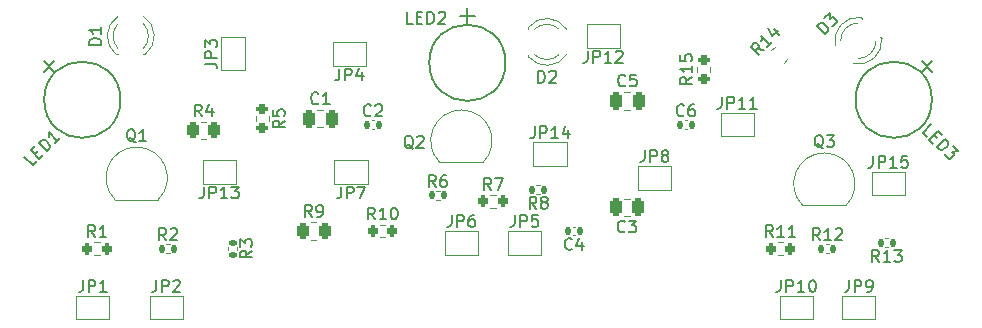
<source format=gbr>
%TF.GenerationSoftware,KiCad,Pcbnew,8.0.1*%
%TF.CreationDate,2024-03-24T13:46:44+02:00*%
%TF.ProjectId,EEE3088F Sensing Subsystem Project,45454533-3038-4384-9620-53656e73696e,rev?*%
%TF.SameCoordinates,Original*%
%TF.FileFunction,Legend,Top*%
%TF.FilePolarity,Positive*%
%FSLAX46Y46*%
G04 Gerber Fmt 4.6, Leading zero omitted, Abs format (unit mm)*
G04 Created by KiCad (PCBNEW 8.0.1) date 2024-03-24 13:46:44*
%MOMM*%
%LPD*%
G01*
G04 APERTURE LIST*
G04 Aperture macros list*
%AMRoundRect*
0 Rectangle with rounded corners*
0 $1 Rounding radius*
0 $2 $3 $4 $5 $6 $7 $8 $9 X,Y pos of 4 corners*
0 Add a 4 corners polygon primitive as box body*
4,1,4,$2,$3,$4,$5,$6,$7,$8,$9,$2,$3,0*
0 Add four circle primitives for the rounded corners*
1,1,$1+$1,$2,$3*
1,1,$1+$1,$4,$5*
1,1,$1+$1,$6,$7*
1,1,$1+$1,$8,$9*
0 Add four rect primitives between the rounded corners*
20,1,$1+$1,$2,$3,$4,$5,0*
20,1,$1+$1,$4,$5,$6,$7,0*
20,1,$1+$1,$6,$7,$8,$9,0*
20,1,$1+$1,$8,$9,$2,$3,0*%
%AMRotRect*
0 Rectangle, with rotation*
0 The origin of the aperture is its center*
0 $1 length*
0 $2 width*
0 $3 Rotation angle, in degrees counterclockwise*
0 Add horizontal line*
21,1,$1,$2,0,0,$3*%
G04 Aperture macros list end*
%ADD10C,0.150000*%
%ADD11C,0.152400*%
%ADD12C,0.120000*%
%ADD13RotRect,1.371600X1.371600X225.000000*%
%ADD14C,1.371600*%
%ADD15R,1.371600X1.371600*%
%ADD16RotRect,1.371600X1.371600X315.000000*%
%ADD17RoundRect,0.250000X-0.250000X-0.475000X0.250000X-0.475000X0.250000X0.475000X-0.250000X0.475000X0*%
%ADD18RoundRect,0.250000X0.250000X0.475000X-0.250000X0.475000X-0.250000X-0.475000X0.250000X-0.475000X0*%
%ADD19RoundRect,0.250000X-0.262500X-0.450000X0.262500X-0.450000X0.262500X0.450000X-0.262500X0.450000X0*%
%ADD20RoundRect,0.250000X0.132583X-0.503814X0.503814X-0.132583X-0.132583X0.503814X-0.503814X0.132583X0*%
%ADD21R,1.000000X1.500000*%
%ADD22RoundRect,0.140000X0.140000X0.170000X-0.140000X0.170000X-0.140000X-0.170000X0.140000X-0.170000X0*%
%ADD23R,1.700000X1.700000*%
%ADD24O,1.700000X1.700000*%
%ADD25R,1.500000X1.000000*%
%ADD26R,1.800000X1.800000*%
%ADD27C,1.800000*%
%ADD28RoundRect,0.135000X-0.135000X-0.185000X0.135000X-0.185000X0.135000X0.185000X-0.135000X0.185000X0*%
%ADD29RoundRect,0.135000X-0.185000X0.135000X-0.185000X-0.135000X0.185000X-0.135000X0.185000X0.135000X0*%
%ADD30RoundRect,0.135000X0.135000X0.185000X-0.135000X0.185000X-0.135000X-0.185000X0.135000X-0.185000X0*%
%ADD31RoundRect,0.200000X-0.200000X-0.275000X0.200000X-0.275000X0.200000X0.275000X-0.200000X0.275000X0*%
%ADD32RoundRect,0.200000X0.275000X-0.200000X0.275000X0.200000X-0.275000X0.200000X-0.275000X-0.200000X0*%
%ADD33RoundRect,0.140000X-0.140000X-0.170000X0.140000X-0.170000X0.140000X0.170000X-0.140000X0.170000X0*%
%ADD34RotRect,1.800000X1.800000X225.000000*%
%ADD35RoundRect,0.200000X-0.275000X0.200000X-0.275000X-0.200000X0.275000X-0.200000X0.275000X0.200000X0*%
%ADD36R,1.050000X1.500000*%
%ADD37O,1.050000X1.500000*%
G04 APERTURE END LIST*
D10*
X123887108Y-124030319D02*
X123550390Y-123693602D01*
X123550390Y-123693602D02*
X124257497Y-122986495D01*
X124493200Y-123895632D02*
X124728902Y-124131335D01*
X124459528Y-124602739D02*
X124122810Y-124266022D01*
X124122810Y-124266022D02*
X124829917Y-123558915D01*
X124829917Y-123558915D02*
X125166635Y-123895632D01*
X124762574Y-124905785D02*
X125469680Y-124198678D01*
X125469680Y-124198678D02*
X125638039Y-124367037D01*
X125638039Y-124367037D02*
X125705383Y-124501724D01*
X125705383Y-124501724D02*
X125705383Y-124636411D01*
X125705383Y-124636411D02*
X125671711Y-124737426D01*
X125671711Y-124737426D02*
X125570696Y-124905785D01*
X125570696Y-124905785D02*
X125469680Y-125006800D01*
X125469680Y-125006800D02*
X125301322Y-125107815D01*
X125301322Y-125107815D02*
X125200306Y-125141487D01*
X125200306Y-125141487D02*
X125065619Y-125141487D01*
X125065619Y-125141487D02*
X124930932Y-125074144D01*
X124930932Y-125074144D02*
X124762574Y-124905785D01*
X126109444Y-124838441D02*
X126547177Y-125276174D01*
X126547177Y-125276174D02*
X126042100Y-125309846D01*
X126042100Y-125309846D02*
X126143115Y-125410861D01*
X126143115Y-125410861D02*
X126176787Y-125511876D01*
X126176787Y-125511876D02*
X126176787Y-125579220D01*
X126176787Y-125579220D02*
X126143115Y-125680235D01*
X126143115Y-125680235D02*
X125974757Y-125848594D01*
X125974757Y-125848594D02*
X125873741Y-125882266D01*
X125873741Y-125882266D02*
X125806398Y-125882266D01*
X125806398Y-125882266D02*
X125705383Y-125848594D01*
X125705383Y-125848594D02*
X125503352Y-125646563D01*
X125503352Y-125646563D02*
X125469680Y-125545548D01*
X125469680Y-125545548D02*
X125469680Y-125478205D01*
X80380952Y-114454819D02*
X79904762Y-114454819D01*
X79904762Y-114454819D02*
X79904762Y-113454819D01*
X80714286Y-113931009D02*
X81047619Y-113931009D01*
X81190476Y-114454819D02*
X80714286Y-114454819D01*
X80714286Y-114454819D02*
X80714286Y-113454819D01*
X80714286Y-113454819D02*
X81190476Y-113454819D01*
X81619048Y-114454819D02*
X81619048Y-113454819D01*
X81619048Y-113454819D02*
X81857143Y-113454819D01*
X81857143Y-113454819D02*
X82000000Y-113502438D01*
X82000000Y-113502438D02*
X82095238Y-113597676D01*
X82095238Y-113597676D02*
X82142857Y-113692914D01*
X82142857Y-113692914D02*
X82190476Y-113883390D01*
X82190476Y-113883390D02*
X82190476Y-114026247D01*
X82190476Y-114026247D02*
X82142857Y-114216723D01*
X82142857Y-114216723D02*
X82095238Y-114311961D01*
X82095238Y-114311961D02*
X82000000Y-114407200D01*
X82000000Y-114407200D02*
X81857143Y-114454819D01*
X81857143Y-114454819D02*
X81619048Y-114454819D01*
X82571429Y-113550057D02*
X82619048Y-113502438D01*
X82619048Y-113502438D02*
X82714286Y-113454819D01*
X82714286Y-113454819D02*
X82952381Y-113454819D01*
X82952381Y-113454819D02*
X83047619Y-113502438D01*
X83047619Y-113502438D02*
X83095238Y-113550057D01*
X83095238Y-113550057D02*
X83142857Y-113645295D01*
X83142857Y-113645295D02*
X83142857Y-113740533D01*
X83142857Y-113740533D02*
X83095238Y-113883390D01*
X83095238Y-113883390D02*
X82523810Y-114454819D01*
X82523810Y-114454819D02*
X83142857Y-114454819D01*
X48530319Y-126112891D02*
X48193602Y-126449609D01*
X48193602Y-126449609D02*
X47486495Y-125742502D01*
X48395632Y-125506799D02*
X48631335Y-125271097D01*
X49102739Y-125540471D02*
X48766022Y-125877189D01*
X48766022Y-125877189D02*
X48058915Y-125170082D01*
X48058915Y-125170082D02*
X48395632Y-124833364D01*
X49405785Y-125237425D02*
X48698678Y-124530319D01*
X48698678Y-124530319D02*
X48867037Y-124361960D01*
X48867037Y-124361960D02*
X49001724Y-124294616D01*
X49001724Y-124294616D02*
X49136411Y-124294616D01*
X49136411Y-124294616D02*
X49237426Y-124328288D01*
X49237426Y-124328288D02*
X49405785Y-124429303D01*
X49405785Y-124429303D02*
X49506800Y-124530319D01*
X49506800Y-124530319D02*
X49607815Y-124698677D01*
X49607815Y-124698677D02*
X49641487Y-124799693D01*
X49641487Y-124799693D02*
X49641487Y-124934380D01*
X49641487Y-124934380D02*
X49574144Y-125069067D01*
X49574144Y-125069067D02*
X49405785Y-125237425D01*
X50483281Y-124159929D02*
X50079220Y-124563990D01*
X50281250Y-124361960D02*
X49574144Y-123654853D01*
X49574144Y-123654853D02*
X49607815Y-123823212D01*
X49607815Y-123823212D02*
X49607815Y-123957899D01*
X49607815Y-123957899D02*
X49574144Y-124058914D01*
X72383333Y-121179580D02*
X72335714Y-121227200D01*
X72335714Y-121227200D02*
X72192857Y-121274819D01*
X72192857Y-121274819D02*
X72097619Y-121274819D01*
X72097619Y-121274819D02*
X71954762Y-121227200D01*
X71954762Y-121227200D02*
X71859524Y-121131961D01*
X71859524Y-121131961D02*
X71811905Y-121036723D01*
X71811905Y-121036723D02*
X71764286Y-120846247D01*
X71764286Y-120846247D02*
X71764286Y-120703390D01*
X71764286Y-120703390D02*
X71811905Y-120512914D01*
X71811905Y-120512914D02*
X71859524Y-120417676D01*
X71859524Y-120417676D02*
X71954762Y-120322438D01*
X71954762Y-120322438D02*
X72097619Y-120274819D01*
X72097619Y-120274819D02*
X72192857Y-120274819D01*
X72192857Y-120274819D02*
X72335714Y-120322438D01*
X72335714Y-120322438D02*
X72383333Y-120370057D01*
X73335714Y-121274819D02*
X72764286Y-121274819D01*
X73050000Y-121274819D02*
X73050000Y-120274819D01*
X73050000Y-120274819D02*
X72954762Y-120417676D01*
X72954762Y-120417676D02*
X72859524Y-120512914D01*
X72859524Y-120512914D02*
X72764286Y-120560533D01*
X98333333Y-132039580D02*
X98285714Y-132087200D01*
X98285714Y-132087200D02*
X98142857Y-132134819D01*
X98142857Y-132134819D02*
X98047619Y-132134819D01*
X98047619Y-132134819D02*
X97904762Y-132087200D01*
X97904762Y-132087200D02*
X97809524Y-131991961D01*
X97809524Y-131991961D02*
X97761905Y-131896723D01*
X97761905Y-131896723D02*
X97714286Y-131706247D01*
X97714286Y-131706247D02*
X97714286Y-131563390D01*
X97714286Y-131563390D02*
X97761905Y-131372914D01*
X97761905Y-131372914D02*
X97809524Y-131277676D01*
X97809524Y-131277676D02*
X97904762Y-131182438D01*
X97904762Y-131182438D02*
X98047619Y-131134819D01*
X98047619Y-131134819D02*
X98142857Y-131134819D01*
X98142857Y-131134819D02*
X98285714Y-131182438D01*
X98285714Y-131182438D02*
X98333333Y-131230057D01*
X98666667Y-131134819D02*
X99285714Y-131134819D01*
X99285714Y-131134819D02*
X98952381Y-131515771D01*
X98952381Y-131515771D02*
X99095238Y-131515771D01*
X99095238Y-131515771D02*
X99190476Y-131563390D01*
X99190476Y-131563390D02*
X99238095Y-131611009D01*
X99238095Y-131611009D02*
X99285714Y-131706247D01*
X99285714Y-131706247D02*
X99285714Y-131944342D01*
X99285714Y-131944342D02*
X99238095Y-132039580D01*
X99238095Y-132039580D02*
X99190476Y-132087200D01*
X99190476Y-132087200D02*
X99095238Y-132134819D01*
X99095238Y-132134819D02*
X98809524Y-132134819D01*
X98809524Y-132134819D02*
X98714286Y-132087200D01*
X98714286Y-132087200D02*
X98666667Y-132039580D01*
X98383334Y-119679580D02*
X98335715Y-119727200D01*
X98335715Y-119727200D02*
X98192858Y-119774819D01*
X98192858Y-119774819D02*
X98097620Y-119774819D01*
X98097620Y-119774819D02*
X97954763Y-119727200D01*
X97954763Y-119727200D02*
X97859525Y-119631961D01*
X97859525Y-119631961D02*
X97811906Y-119536723D01*
X97811906Y-119536723D02*
X97764287Y-119346247D01*
X97764287Y-119346247D02*
X97764287Y-119203390D01*
X97764287Y-119203390D02*
X97811906Y-119012914D01*
X97811906Y-119012914D02*
X97859525Y-118917676D01*
X97859525Y-118917676D02*
X97954763Y-118822438D01*
X97954763Y-118822438D02*
X98097620Y-118774819D01*
X98097620Y-118774819D02*
X98192858Y-118774819D01*
X98192858Y-118774819D02*
X98335715Y-118822438D01*
X98335715Y-118822438D02*
X98383334Y-118870057D01*
X99288096Y-118774819D02*
X98811906Y-118774819D01*
X98811906Y-118774819D02*
X98764287Y-119251009D01*
X98764287Y-119251009D02*
X98811906Y-119203390D01*
X98811906Y-119203390D02*
X98907144Y-119155771D01*
X98907144Y-119155771D02*
X99145239Y-119155771D01*
X99145239Y-119155771D02*
X99240477Y-119203390D01*
X99240477Y-119203390D02*
X99288096Y-119251009D01*
X99288096Y-119251009D02*
X99335715Y-119346247D01*
X99335715Y-119346247D02*
X99335715Y-119584342D01*
X99335715Y-119584342D02*
X99288096Y-119679580D01*
X99288096Y-119679580D02*
X99240477Y-119727200D01*
X99240477Y-119727200D02*
X99145239Y-119774819D01*
X99145239Y-119774819D02*
X98907144Y-119774819D01*
X98907144Y-119774819D02*
X98811906Y-119727200D01*
X98811906Y-119727200D02*
X98764287Y-119679580D01*
X62508333Y-122304819D02*
X62175000Y-121828628D01*
X61936905Y-122304819D02*
X61936905Y-121304819D01*
X61936905Y-121304819D02*
X62317857Y-121304819D01*
X62317857Y-121304819D02*
X62413095Y-121352438D01*
X62413095Y-121352438D02*
X62460714Y-121400057D01*
X62460714Y-121400057D02*
X62508333Y-121495295D01*
X62508333Y-121495295D02*
X62508333Y-121638152D01*
X62508333Y-121638152D02*
X62460714Y-121733390D01*
X62460714Y-121733390D02*
X62413095Y-121781009D01*
X62413095Y-121781009D02*
X62317857Y-121828628D01*
X62317857Y-121828628D02*
X61936905Y-121828628D01*
X63365476Y-121638152D02*
X63365476Y-122304819D01*
X63127381Y-121257200D02*
X62889286Y-121971485D01*
X62889286Y-121971485D02*
X63508333Y-121971485D01*
X71833333Y-130804819D02*
X71500000Y-130328628D01*
X71261905Y-130804819D02*
X71261905Y-129804819D01*
X71261905Y-129804819D02*
X71642857Y-129804819D01*
X71642857Y-129804819D02*
X71738095Y-129852438D01*
X71738095Y-129852438D02*
X71785714Y-129900057D01*
X71785714Y-129900057D02*
X71833333Y-129995295D01*
X71833333Y-129995295D02*
X71833333Y-130138152D01*
X71833333Y-130138152D02*
X71785714Y-130233390D01*
X71785714Y-130233390D02*
X71738095Y-130281009D01*
X71738095Y-130281009D02*
X71642857Y-130328628D01*
X71642857Y-130328628D02*
X71261905Y-130328628D01*
X72309524Y-130804819D02*
X72500000Y-130804819D01*
X72500000Y-130804819D02*
X72595238Y-130757200D01*
X72595238Y-130757200D02*
X72642857Y-130709580D01*
X72642857Y-130709580D02*
X72738095Y-130566723D01*
X72738095Y-130566723D02*
X72785714Y-130376247D01*
X72785714Y-130376247D02*
X72785714Y-129995295D01*
X72785714Y-129995295D02*
X72738095Y-129900057D01*
X72738095Y-129900057D02*
X72690476Y-129852438D01*
X72690476Y-129852438D02*
X72595238Y-129804819D01*
X72595238Y-129804819D02*
X72404762Y-129804819D01*
X72404762Y-129804819D02*
X72309524Y-129852438D01*
X72309524Y-129852438D02*
X72261905Y-129900057D01*
X72261905Y-129900057D02*
X72214286Y-129995295D01*
X72214286Y-129995295D02*
X72214286Y-130233390D01*
X72214286Y-130233390D02*
X72261905Y-130328628D01*
X72261905Y-130328628D02*
X72309524Y-130376247D01*
X72309524Y-130376247D02*
X72404762Y-130423866D01*
X72404762Y-130423866D02*
X72595238Y-130423866D01*
X72595238Y-130423866D02*
X72690476Y-130376247D01*
X72690476Y-130376247D02*
X72738095Y-130328628D01*
X72738095Y-130328628D02*
X72785714Y-130233390D01*
X110116947Y-116692811D02*
X109544528Y-116591796D01*
X109712886Y-117096872D02*
X109005780Y-116389765D01*
X109005780Y-116389765D02*
X109275154Y-116120391D01*
X109275154Y-116120391D02*
X109376169Y-116086719D01*
X109376169Y-116086719D02*
X109443512Y-116086719D01*
X109443512Y-116086719D02*
X109544528Y-116120391D01*
X109544528Y-116120391D02*
X109645543Y-116221406D01*
X109645543Y-116221406D02*
X109679215Y-116322422D01*
X109679215Y-116322422D02*
X109679215Y-116389765D01*
X109679215Y-116389765D02*
X109645543Y-116490780D01*
X109645543Y-116490780D02*
X109376169Y-116760154D01*
X110790382Y-116019376D02*
X110386321Y-116423437D01*
X110588352Y-116221406D02*
X109881245Y-115514300D01*
X109881245Y-115514300D02*
X109914917Y-115682658D01*
X109914917Y-115682658D02*
X109914917Y-115817345D01*
X109914917Y-115817345D02*
X109881245Y-115918361D01*
X110925070Y-114941880D02*
X111396474Y-115413284D01*
X110487337Y-114840864D02*
X110824054Y-115514299D01*
X110824054Y-115514299D02*
X111261787Y-115076567D01*
X119340475Y-125654819D02*
X119340475Y-126369104D01*
X119340475Y-126369104D02*
X119292856Y-126511961D01*
X119292856Y-126511961D02*
X119197618Y-126607200D01*
X119197618Y-126607200D02*
X119054761Y-126654819D01*
X119054761Y-126654819D02*
X118959523Y-126654819D01*
X119816666Y-126654819D02*
X119816666Y-125654819D01*
X119816666Y-125654819D02*
X120197618Y-125654819D01*
X120197618Y-125654819D02*
X120292856Y-125702438D01*
X120292856Y-125702438D02*
X120340475Y-125750057D01*
X120340475Y-125750057D02*
X120388094Y-125845295D01*
X120388094Y-125845295D02*
X120388094Y-125988152D01*
X120388094Y-125988152D02*
X120340475Y-126083390D01*
X120340475Y-126083390D02*
X120292856Y-126131009D01*
X120292856Y-126131009D02*
X120197618Y-126178628D01*
X120197618Y-126178628D02*
X119816666Y-126178628D01*
X121340475Y-126654819D02*
X120769047Y-126654819D01*
X121054761Y-126654819D02*
X121054761Y-125654819D01*
X121054761Y-125654819D02*
X120959523Y-125797676D01*
X120959523Y-125797676D02*
X120864285Y-125892914D01*
X120864285Y-125892914D02*
X120769047Y-125940533D01*
X122245237Y-125654819D02*
X121769047Y-125654819D01*
X121769047Y-125654819D02*
X121721428Y-126131009D01*
X121721428Y-126131009D02*
X121769047Y-126083390D01*
X121769047Y-126083390D02*
X121864285Y-126035771D01*
X121864285Y-126035771D02*
X122102380Y-126035771D01*
X122102380Y-126035771D02*
X122197618Y-126083390D01*
X122197618Y-126083390D02*
X122245237Y-126131009D01*
X122245237Y-126131009D02*
X122292856Y-126226247D01*
X122292856Y-126226247D02*
X122292856Y-126464342D01*
X122292856Y-126464342D02*
X122245237Y-126559580D01*
X122245237Y-126559580D02*
X122197618Y-126607200D01*
X122197618Y-126607200D02*
X122102380Y-126654819D01*
X122102380Y-126654819D02*
X121864285Y-126654819D01*
X121864285Y-126654819D02*
X121769047Y-126607200D01*
X121769047Y-126607200D02*
X121721428Y-126559580D01*
X90690476Y-123154819D02*
X90690476Y-123869104D01*
X90690476Y-123869104D02*
X90642857Y-124011961D01*
X90642857Y-124011961D02*
X90547619Y-124107200D01*
X90547619Y-124107200D02*
X90404762Y-124154819D01*
X90404762Y-124154819D02*
X90309524Y-124154819D01*
X91166667Y-124154819D02*
X91166667Y-123154819D01*
X91166667Y-123154819D02*
X91547619Y-123154819D01*
X91547619Y-123154819D02*
X91642857Y-123202438D01*
X91642857Y-123202438D02*
X91690476Y-123250057D01*
X91690476Y-123250057D02*
X91738095Y-123345295D01*
X91738095Y-123345295D02*
X91738095Y-123488152D01*
X91738095Y-123488152D02*
X91690476Y-123583390D01*
X91690476Y-123583390D02*
X91642857Y-123631009D01*
X91642857Y-123631009D02*
X91547619Y-123678628D01*
X91547619Y-123678628D02*
X91166667Y-123678628D01*
X92690476Y-124154819D02*
X92119048Y-124154819D01*
X92404762Y-124154819D02*
X92404762Y-123154819D01*
X92404762Y-123154819D02*
X92309524Y-123297676D01*
X92309524Y-123297676D02*
X92214286Y-123392914D01*
X92214286Y-123392914D02*
X92119048Y-123440533D01*
X93547619Y-123488152D02*
X93547619Y-124154819D01*
X93309524Y-123107200D02*
X93071429Y-123821485D01*
X93071429Y-123821485D02*
X93690476Y-123821485D01*
X62690476Y-128254819D02*
X62690476Y-128969104D01*
X62690476Y-128969104D02*
X62642857Y-129111961D01*
X62642857Y-129111961D02*
X62547619Y-129207200D01*
X62547619Y-129207200D02*
X62404762Y-129254819D01*
X62404762Y-129254819D02*
X62309524Y-129254819D01*
X63166667Y-129254819D02*
X63166667Y-128254819D01*
X63166667Y-128254819D02*
X63547619Y-128254819D01*
X63547619Y-128254819D02*
X63642857Y-128302438D01*
X63642857Y-128302438D02*
X63690476Y-128350057D01*
X63690476Y-128350057D02*
X63738095Y-128445295D01*
X63738095Y-128445295D02*
X63738095Y-128588152D01*
X63738095Y-128588152D02*
X63690476Y-128683390D01*
X63690476Y-128683390D02*
X63642857Y-128731009D01*
X63642857Y-128731009D02*
X63547619Y-128778628D01*
X63547619Y-128778628D02*
X63166667Y-128778628D01*
X64690476Y-129254819D02*
X64119048Y-129254819D01*
X64404762Y-129254819D02*
X64404762Y-128254819D01*
X64404762Y-128254819D02*
X64309524Y-128397676D01*
X64309524Y-128397676D02*
X64214286Y-128492914D01*
X64214286Y-128492914D02*
X64119048Y-128540533D01*
X65023810Y-128254819D02*
X65642857Y-128254819D01*
X65642857Y-128254819D02*
X65309524Y-128635771D01*
X65309524Y-128635771D02*
X65452381Y-128635771D01*
X65452381Y-128635771D02*
X65547619Y-128683390D01*
X65547619Y-128683390D02*
X65595238Y-128731009D01*
X65595238Y-128731009D02*
X65642857Y-128826247D01*
X65642857Y-128826247D02*
X65642857Y-129064342D01*
X65642857Y-129064342D02*
X65595238Y-129159580D01*
X65595238Y-129159580D02*
X65547619Y-129207200D01*
X65547619Y-129207200D02*
X65452381Y-129254819D01*
X65452381Y-129254819D02*
X65166667Y-129254819D01*
X65166667Y-129254819D02*
X65071429Y-129207200D01*
X65071429Y-129207200D02*
X65023810Y-129159580D01*
X93853333Y-133519580D02*
X93805714Y-133567200D01*
X93805714Y-133567200D02*
X93662857Y-133614819D01*
X93662857Y-133614819D02*
X93567619Y-133614819D01*
X93567619Y-133614819D02*
X93424762Y-133567200D01*
X93424762Y-133567200D02*
X93329524Y-133471961D01*
X93329524Y-133471961D02*
X93281905Y-133376723D01*
X93281905Y-133376723D02*
X93234286Y-133186247D01*
X93234286Y-133186247D02*
X93234286Y-133043390D01*
X93234286Y-133043390D02*
X93281905Y-132852914D01*
X93281905Y-132852914D02*
X93329524Y-132757676D01*
X93329524Y-132757676D02*
X93424762Y-132662438D01*
X93424762Y-132662438D02*
X93567619Y-132614819D01*
X93567619Y-132614819D02*
X93662857Y-132614819D01*
X93662857Y-132614819D02*
X93805714Y-132662438D01*
X93805714Y-132662438D02*
X93853333Y-132710057D01*
X94710476Y-132948152D02*
X94710476Y-133614819D01*
X94472381Y-132567200D02*
X94234286Y-133281485D01*
X94234286Y-133281485D02*
X94853333Y-133281485D01*
X100016667Y-125154819D02*
X100016667Y-125869104D01*
X100016667Y-125869104D02*
X99969048Y-126011961D01*
X99969048Y-126011961D02*
X99873810Y-126107200D01*
X99873810Y-126107200D02*
X99730953Y-126154819D01*
X99730953Y-126154819D02*
X99635715Y-126154819D01*
X100492858Y-126154819D02*
X100492858Y-125154819D01*
X100492858Y-125154819D02*
X100873810Y-125154819D01*
X100873810Y-125154819D02*
X100969048Y-125202438D01*
X100969048Y-125202438D02*
X101016667Y-125250057D01*
X101016667Y-125250057D02*
X101064286Y-125345295D01*
X101064286Y-125345295D02*
X101064286Y-125488152D01*
X101064286Y-125488152D02*
X101016667Y-125583390D01*
X101016667Y-125583390D02*
X100969048Y-125631009D01*
X100969048Y-125631009D02*
X100873810Y-125678628D01*
X100873810Y-125678628D02*
X100492858Y-125678628D01*
X101635715Y-125583390D02*
X101540477Y-125535771D01*
X101540477Y-125535771D02*
X101492858Y-125488152D01*
X101492858Y-125488152D02*
X101445239Y-125392914D01*
X101445239Y-125392914D02*
X101445239Y-125345295D01*
X101445239Y-125345295D02*
X101492858Y-125250057D01*
X101492858Y-125250057D02*
X101540477Y-125202438D01*
X101540477Y-125202438D02*
X101635715Y-125154819D01*
X101635715Y-125154819D02*
X101826191Y-125154819D01*
X101826191Y-125154819D02*
X101921429Y-125202438D01*
X101921429Y-125202438D02*
X101969048Y-125250057D01*
X101969048Y-125250057D02*
X102016667Y-125345295D01*
X102016667Y-125345295D02*
X102016667Y-125392914D01*
X102016667Y-125392914D02*
X101969048Y-125488152D01*
X101969048Y-125488152D02*
X101921429Y-125535771D01*
X101921429Y-125535771D02*
X101826191Y-125583390D01*
X101826191Y-125583390D02*
X101635715Y-125583390D01*
X101635715Y-125583390D02*
X101540477Y-125631009D01*
X101540477Y-125631009D02*
X101492858Y-125678628D01*
X101492858Y-125678628D02*
X101445239Y-125773866D01*
X101445239Y-125773866D02*
X101445239Y-125964342D01*
X101445239Y-125964342D02*
X101492858Y-126059580D01*
X101492858Y-126059580D02*
X101540477Y-126107200D01*
X101540477Y-126107200D02*
X101635715Y-126154819D01*
X101635715Y-126154819D02*
X101826191Y-126154819D01*
X101826191Y-126154819D02*
X101921429Y-126107200D01*
X101921429Y-126107200D02*
X101969048Y-126059580D01*
X101969048Y-126059580D02*
X102016667Y-125964342D01*
X102016667Y-125964342D02*
X102016667Y-125773866D01*
X102016667Y-125773866D02*
X101969048Y-125678628D01*
X101969048Y-125678628D02*
X101921429Y-125631009D01*
X101921429Y-125631009D02*
X101826191Y-125583390D01*
X117316665Y-136154819D02*
X117316665Y-136869104D01*
X117316665Y-136869104D02*
X117269046Y-137011961D01*
X117269046Y-137011961D02*
X117173808Y-137107200D01*
X117173808Y-137107200D02*
X117030951Y-137154819D01*
X117030951Y-137154819D02*
X116935713Y-137154819D01*
X117792856Y-137154819D02*
X117792856Y-136154819D01*
X117792856Y-136154819D02*
X118173808Y-136154819D01*
X118173808Y-136154819D02*
X118269046Y-136202438D01*
X118269046Y-136202438D02*
X118316665Y-136250057D01*
X118316665Y-136250057D02*
X118364284Y-136345295D01*
X118364284Y-136345295D02*
X118364284Y-136488152D01*
X118364284Y-136488152D02*
X118316665Y-136583390D01*
X118316665Y-136583390D02*
X118269046Y-136631009D01*
X118269046Y-136631009D02*
X118173808Y-136678628D01*
X118173808Y-136678628D02*
X117792856Y-136678628D01*
X118840475Y-137154819D02*
X119030951Y-137154819D01*
X119030951Y-137154819D02*
X119126189Y-137107200D01*
X119126189Y-137107200D02*
X119173808Y-137059580D01*
X119173808Y-137059580D02*
X119269046Y-136916723D01*
X119269046Y-136916723D02*
X119316665Y-136726247D01*
X119316665Y-136726247D02*
X119316665Y-136345295D01*
X119316665Y-136345295D02*
X119269046Y-136250057D01*
X119269046Y-136250057D02*
X119221427Y-136202438D01*
X119221427Y-136202438D02*
X119126189Y-136154819D01*
X119126189Y-136154819D02*
X118935713Y-136154819D01*
X118935713Y-136154819D02*
X118840475Y-136202438D01*
X118840475Y-136202438D02*
X118792856Y-136250057D01*
X118792856Y-136250057D02*
X118745237Y-136345295D01*
X118745237Y-136345295D02*
X118745237Y-136583390D01*
X118745237Y-136583390D02*
X118792856Y-136678628D01*
X118792856Y-136678628D02*
X118840475Y-136726247D01*
X118840475Y-136726247D02*
X118935713Y-136773866D01*
X118935713Y-136773866D02*
X119126189Y-136773866D01*
X119126189Y-136773866D02*
X119221427Y-136726247D01*
X119221427Y-136726247D02*
X119269046Y-136678628D01*
X119269046Y-136678628D02*
X119316665Y-136583390D01*
X62804818Y-117833333D02*
X63519103Y-117833333D01*
X63519103Y-117833333D02*
X63661960Y-117880952D01*
X63661960Y-117880952D02*
X63757199Y-117976190D01*
X63757199Y-117976190D02*
X63804818Y-118119047D01*
X63804818Y-118119047D02*
X63804818Y-118214285D01*
X63804818Y-117357142D02*
X62804818Y-117357142D01*
X62804818Y-117357142D02*
X62804818Y-116976190D01*
X62804818Y-116976190D02*
X62852437Y-116880952D01*
X62852437Y-116880952D02*
X62900056Y-116833333D01*
X62900056Y-116833333D02*
X62995294Y-116785714D01*
X62995294Y-116785714D02*
X63138151Y-116785714D01*
X63138151Y-116785714D02*
X63233389Y-116833333D01*
X63233389Y-116833333D02*
X63281008Y-116880952D01*
X63281008Y-116880952D02*
X63328627Y-116976190D01*
X63328627Y-116976190D02*
X63328627Y-117357142D01*
X62804818Y-116452380D02*
X62804818Y-115833333D01*
X62804818Y-115833333D02*
X63185770Y-116166666D01*
X63185770Y-116166666D02*
X63185770Y-116023809D01*
X63185770Y-116023809D02*
X63233389Y-115928571D01*
X63233389Y-115928571D02*
X63281008Y-115880952D01*
X63281008Y-115880952D02*
X63376246Y-115833333D01*
X63376246Y-115833333D02*
X63614341Y-115833333D01*
X63614341Y-115833333D02*
X63709579Y-115880952D01*
X63709579Y-115880952D02*
X63757199Y-115928571D01*
X63757199Y-115928571D02*
X63804818Y-116023809D01*
X63804818Y-116023809D02*
X63804818Y-116309523D01*
X63804818Y-116309523D02*
X63757199Y-116404761D01*
X63757199Y-116404761D02*
X63709579Y-116452380D01*
X89016667Y-130654819D02*
X89016667Y-131369104D01*
X89016667Y-131369104D02*
X88969048Y-131511961D01*
X88969048Y-131511961D02*
X88873810Y-131607200D01*
X88873810Y-131607200D02*
X88730953Y-131654819D01*
X88730953Y-131654819D02*
X88635715Y-131654819D01*
X89492858Y-131654819D02*
X89492858Y-130654819D01*
X89492858Y-130654819D02*
X89873810Y-130654819D01*
X89873810Y-130654819D02*
X89969048Y-130702438D01*
X89969048Y-130702438D02*
X90016667Y-130750057D01*
X90016667Y-130750057D02*
X90064286Y-130845295D01*
X90064286Y-130845295D02*
X90064286Y-130988152D01*
X90064286Y-130988152D02*
X90016667Y-131083390D01*
X90016667Y-131083390D02*
X89969048Y-131131009D01*
X89969048Y-131131009D02*
X89873810Y-131178628D01*
X89873810Y-131178628D02*
X89492858Y-131178628D01*
X90969048Y-130654819D02*
X90492858Y-130654819D01*
X90492858Y-130654819D02*
X90445239Y-131131009D01*
X90445239Y-131131009D02*
X90492858Y-131083390D01*
X90492858Y-131083390D02*
X90588096Y-131035771D01*
X90588096Y-131035771D02*
X90826191Y-131035771D01*
X90826191Y-131035771D02*
X90921429Y-131083390D01*
X90921429Y-131083390D02*
X90969048Y-131131009D01*
X90969048Y-131131009D02*
X91016667Y-131226247D01*
X91016667Y-131226247D02*
X91016667Y-131464342D01*
X91016667Y-131464342D02*
X90969048Y-131559580D01*
X90969048Y-131559580D02*
X90921429Y-131607200D01*
X90921429Y-131607200D02*
X90826191Y-131654819D01*
X90826191Y-131654819D02*
X90588096Y-131654819D01*
X90588096Y-131654819D02*
X90492858Y-131607200D01*
X90492858Y-131607200D02*
X90445239Y-131559580D01*
X106540477Y-120654819D02*
X106540477Y-121369104D01*
X106540477Y-121369104D02*
X106492858Y-121511961D01*
X106492858Y-121511961D02*
X106397620Y-121607200D01*
X106397620Y-121607200D02*
X106254763Y-121654819D01*
X106254763Y-121654819D02*
X106159525Y-121654819D01*
X107016668Y-121654819D02*
X107016668Y-120654819D01*
X107016668Y-120654819D02*
X107397620Y-120654819D01*
X107397620Y-120654819D02*
X107492858Y-120702438D01*
X107492858Y-120702438D02*
X107540477Y-120750057D01*
X107540477Y-120750057D02*
X107588096Y-120845295D01*
X107588096Y-120845295D02*
X107588096Y-120988152D01*
X107588096Y-120988152D02*
X107540477Y-121083390D01*
X107540477Y-121083390D02*
X107492858Y-121131009D01*
X107492858Y-121131009D02*
X107397620Y-121178628D01*
X107397620Y-121178628D02*
X107016668Y-121178628D01*
X108540477Y-121654819D02*
X107969049Y-121654819D01*
X108254763Y-121654819D02*
X108254763Y-120654819D01*
X108254763Y-120654819D02*
X108159525Y-120797676D01*
X108159525Y-120797676D02*
X108064287Y-120892914D01*
X108064287Y-120892914D02*
X107969049Y-120940533D01*
X109492858Y-121654819D02*
X108921430Y-121654819D01*
X109207144Y-121654819D02*
X109207144Y-120654819D01*
X109207144Y-120654819D02*
X109111906Y-120797676D01*
X109111906Y-120797676D02*
X109016668Y-120892914D01*
X109016668Y-120892914D02*
X108921430Y-120940533D01*
X90991905Y-119454819D02*
X90991905Y-118454819D01*
X90991905Y-118454819D02*
X91230000Y-118454819D01*
X91230000Y-118454819D02*
X91372857Y-118502438D01*
X91372857Y-118502438D02*
X91468095Y-118597676D01*
X91468095Y-118597676D02*
X91515714Y-118692914D01*
X91515714Y-118692914D02*
X91563333Y-118883390D01*
X91563333Y-118883390D02*
X91563333Y-119026247D01*
X91563333Y-119026247D02*
X91515714Y-119216723D01*
X91515714Y-119216723D02*
X91468095Y-119311961D01*
X91468095Y-119311961D02*
X91372857Y-119407200D01*
X91372857Y-119407200D02*
X91230000Y-119454819D01*
X91230000Y-119454819D02*
X90991905Y-119454819D01*
X91944286Y-118550057D02*
X91991905Y-118502438D01*
X91991905Y-118502438D02*
X92087143Y-118454819D01*
X92087143Y-118454819D02*
X92325238Y-118454819D01*
X92325238Y-118454819D02*
X92420476Y-118502438D01*
X92420476Y-118502438D02*
X92468095Y-118550057D01*
X92468095Y-118550057D02*
X92515714Y-118645295D01*
X92515714Y-118645295D02*
X92515714Y-118740533D01*
X92515714Y-118740533D02*
X92468095Y-118883390D01*
X92468095Y-118883390D02*
X91896667Y-119454819D01*
X91896667Y-119454819D02*
X92515714Y-119454819D01*
X59493331Y-132784819D02*
X59159998Y-132308628D01*
X58921903Y-132784819D02*
X58921903Y-131784819D01*
X58921903Y-131784819D02*
X59302855Y-131784819D01*
X59302855Y-131784819D02*
X59398093Y-131832438D01*
X59398093Y-131832438D02*
X59445712Y-131880057D01*
X59445712Y-131880057D02*
X59493331Y-131975295D01*
X59493331Y-131975295D02*
X59493331Y-132118152D01*
X59493331Y-132118152D02*
X59445712Y-132213390D01*
X59445712Y-132213390D02*
X59398093Y-132261009D01*
X59398093Y-132261009D02*
X59302855Y-132308628D01*
X59302855Y-132308628D02*
X58921903Y-132308628D01*
X59874284Y-131880057D02*
X59921903Y-131832438D01*
X59921903Y-131832438D02*
X60017141Y-131784819D01*
X60017141Y-131784819D02*
X60255236Y-131784819D01*
X60255236Y-131784819D02*
X60350474Y-131832438D01*
X60350474Y-131832438D02*
X60398093Y-131880057D01*
X60398093Y-131880057D02*
X60445712Y-131975295D01*
X60445712Y-131975295D02*
X60445712Y-132070533D01*
X60445712Y-132070533D02*
X60398093Y-132213390D01*
X60398093Y-132213390D02*
X59826665Y-132784819D01*
X59826665Y-132784819D02*
X60445712Y-132784819D01*
X66764819Y-133666666D02*
X66288628Y-133999999D01*
X66764819Y-134238094D02*
X65764819Y-134238094D01*
X65764819Y-134238094D02*
X65764819Y-133857142D01*
X65764819Y-133857142D02*
X65812438Y-133761904D01*
X65812438Y-133761904D02*
X65860057Y-133714285D01*
X65860057Y-133714285D02*
X65955295Y-133666666D01*
X65955295Y-133666666D02*
X66098152Y-133666666D01*
X66098152Y-133666666D02*
X66193390Y-133714285D01*
X66193390Y-133714285D02*
X66241009Y-133761904D01*
X66241009Y-133761904D02*
X66288628Y-133857142D01*
X66288628Y-133857142D02*
X66288628Y-134238094D01*
X65764819Y-133333332D02*
X65764819Y-132714285D01*
X65764819Y-132714285D02*
X66145771Y-133047618D01*
X66145771Y-133047618D02*
X66145771Y-132904761D01*
X66145771Y-132904761D02*
X66193390Y-132809523D01*
X66193390Y-132809523D02*
X66241009Y-132761904D01*
X66241009Y-132761904D02*
X66336247Y-132714285D01*
X66336247Y-132714285D02*
X66574342Y-132714285D01*
X66574342Y-132714285D02*
X66669580Y-132761904D01*
X66669580Y-132761904D02*
X66717200Y-132809523D01*
X66717200Y-132809523D02*
X66764819Y-132904761D01*
X66764819Y-132904761D02*
X66764819Y-133190475D01*
X66764819Y-133190475D02*
X66717200Y-133285713D01*
X66717200Y-133285713D02*
X66669580Y-133333332D01*
X82323333Y-128284819D02*
X81990000Y-127808628D01*
X81751905Y-128284819D02*
X81751905Y-127284819D01*
X81751905Y-127284819D02*
X82132857Y-127284819D01*
X82132857Y-127284819D02*
X82228095Y-127332438D01*
X82228095Y-127332438D02*
X82275714Y-127380057D01*
X82275714Y-127380057D02*
X82323333Y-127475295D01*
X82323333Y-127475295D02*
X82323333Y-127618152D01*
X82323333Y-127618152D02*
X82275714Y-127713390D01*
X82275714Y-127713390D02*
X82228095Y-127761009D01*
X82228095Y-127761009D02*
X82132857Y-127808628D01*
X82132857Y-127808628D02*
X81751905Y-127808628D01*
X83180476Y-127284819D02*
X82990000Y-127284819D01*
X82990000Y-127284819D02*
X82894762Y-127332438D01*
X82894762Y-127332438D02*
X82847143Y-127380057D01*
X82847143Y-127380057D02*
X82751905Y-127522914D01*
X82751905Y-127522914D02*
X82704286Y-127713390D01*
X82704286Y-127713390D02*
X82704286Y-128094342D01*
X82704286Y-128094342D02*
X82751905Y-128189580D01*
X82751905Y-128189580D02*
X82799524Y-128237200D01*
X82799524Y-128237200D02*
X82894762Y-128284819D01*
X82894762Y-128284819D02*
X83085238Y-128284819D01*
X83085238Y-128284819D02*
X83180476Y-128237200D01*
X83180476Y-128237200D02*
X83228095Y-128189580D01*
X83228095Y-128189580D02*
X83275714Y-128094342D01*
X83275714Y-128094342D02*
X83275714Y-127856247D01*
X83275714Y-127856247D02*
X83228095Y-127761009D01*
X83228095Y-127761009D02*
X83180476Y-127713390D01*
X83180476Y-127713390D02*
X83085238Y-127665771D01*
X83085238Y-127665771D02*
X82894762Y-127665771D01*
X82894762Y-127665771D02*
X82799524Y-127713390D01*
X82799524Y-127713390D02*
X82751905Y-127761009D01*
X82751905Y-127761009D02*
X82704286Y-127856247D01*
X90833333Y-130124819D02*
X90500000Y-129648628D01*
X90261905Y-130124819D02*
X90261905Y-129124819D01*
X90261905Y-129124819D02*
X90642857Y-129124819D01*
X90642857Y-129124819D02*
X90738095Y-129172438D01*
X90738095Y-129172438D02*
X90785714Y-129220057D01*
X90785714Y-129220057D02*
X90833333Y-129315295D01*
X90833333Y-129315295D02*
X90833333Y-129458152D01*
X90833333Y-129458152D02*
X90785714Y-129553390D01*
X90785714Y-129553390D02*
X90738095Y-129601009D01*
X90738095Y-129601009D02*
X90642857Y-129648628D01*
X90642857Y-129648628D02*
X90261905Y-129648628D01*
X91404762Y-129553390D02*
X91309524Y-129505771D01*
X91309524Y-129505771D02*
X91261905Y-129458152D01*
X91261905Y-129458152D02*
X91214286Y-129362914D01*
X91214286Y-129362914D02*
X91214286Y-129315295D01*
X91214286Y-129315295D02*
X91261905Y-129220057D01*
X91261905Y-129220057D02*
X91309524Y-129172438D01*
X91309524Y-129172438D02*
X91404762Y-129124819D01*
X91404762Y-129124819D02*
X91595238Y-129124819D01*
X91595238Y-129124819D02*
X91690476Y-129172438D01*
X91690476Y-129172438D02*
X91738095Y-129220057D01*
X91738095Y-129220057D02*
X91785714Y-129315295D01*
X91785714Y-129315295D02*
X91785714Y-129362914D01*
X91785714Y-129362914D02*
X91738095Y-129458152D01*
X91738095Y-129458152D02*
X91690476Y-129505771D01*
X91690476Y-129505771D02*
X91595238Y-129553390D01*
X91595238Y-129553390D02*
X91404762Y-129553390D01*
X91404762Y-129553390D02*
X91309524Y-129601009D01*
X91309524Y-129601009D02*
X91261905Y-129648628D01*
X91261905Y-129648628D02*
X91214286Y-129743866D01*
X91214286Y-129743866D02*
X91214286Y-129934342D01*
X91214286Y-129934342D02*
X91261905Y-130029580D01*
X91261905Y-130029580D02*
X91309524Y-130077200D01*
X91309524Y-130077200D02*
X91404762Y-130124819D01*
X91404762Y-130124819D02*
X91595238Y-130124819D01*
X91595238Y-130124819D02*
X91690476Y-130077200D01*
X91690476Y-130077200D02*
X91738095Y-130029580D01*
X91738095Y-130029580D02*
X91785714Y-129934342D01*
X91785714Y-129934342D02*
X91785714Y-129743866D01*
X91785714Y-129743866D02*
X91738095Y-129648628D01*
X91738095Y-129648628D02*
X91690476Y-129601009D01*
X91690476Y-129601009D02*
X91595238Y-129553390D01*
X114847142Y-132784819D02*
X114513809Y-132308628D01*
X114275714Y-132784819D02*
X114275714Y-131784819D01*
X114275714Y-131784819D02*
X114656666Y-131784819D01*
X114656666Y-131784819D02*
X114751904Y-131832438D01*
X114751904Y-131832438D02*
X114799523Y-131880057D01*
X114799523Y-131880057D02*
X114847142Y-131975295D01*
X114847142Y-131975295D02*
X114847142Y-132118152D01*
X114847142Y-132118152D02*
X114799523Y-132213390D01*
X114799523Y-132213390D02*
X114751904Y-132261009D01*
X114751904Y-132261009D02*
X114656666Y-132308628D01*
X114656666Y-132308628D02*
X114275714Y-132308628D01*
X115799523Y-132784819D02*
X115228095Y-132784819D01*
X115513809Y-132784819D02*
X115513809Y-131784819D01*
X115513809Y-131784819D02*
X115418571Y-131927676D01*
X115418571Y-131927676D02*
X115323333Y-132022914D01*
X115323333Y-132022914D02*
X115228095Y-132070533D01*
X116180476Y-131880057D02*
X116228095Y-131832438D01*
X116228095Y-131832438D02*
X116323333Y-131784819D01*
X116323333Y-131784819D02*
X116561428Y-131784819D01*
X116561428Y-131784819D02*
X116656666Y-131832438D01*
X116656666Y-131832438D02*
X116704285Y-131880057D01*
X116704285Y-131880057D02*
X116751904Y-131975295D01*
X116751904Y-131975295D02*
X116751904Y-132070533D01*
X116751904Y-132070533D02*
X116704285Y-132213390D01*
X116704285Y-132213390D02*
X116132857Y-132784819D01*
X116132857Y-132784819D02*
X116751904Y-132784819D01*
X119857142Y-134624819D02*
X119523809Y-134148628D01*
X119285714Y-134624819D02*
X119285714Y-133624819D01*
X119285714Y-133624819D02*
X119666666Y-133624819D01*
X119666666Y-133624819D02*
X119761904Y-133672438D01*
X119761904Y-133672438D02*
X119809523Y-133720057D01*
X119809523Y-133720057D02*
X119857142Y-133815295D01*
X119857142Y-133815295D02*
X119857142Y-133958152D01*
X119857142Y-133958152D02*
X119809523Y-134053390D01*
X119809523Y-134053390D02*
X119761904Y-134101009D01*
X119761904Y-134101009D02*
X119666666Y-134148628D01*
X119666666Y-134148628D02*
X119285714Y-134148628D01*
X120809523Y-134624819D02*
X120238095Y-134624819D01*
X120523809Y-134624819D02*
X120523809Y-133624819D01*
X120523809Y-133624819D02*
X120428571Y-133767676D01*
X120428571Y-133767676D02*
X120333333Y-133862914D01*
X120333333Y-133862914D02*
X120238095Y-133910533D01*
X121142857Y-133624819D02*
X121761904Y-133624819D01*
X121761904Y-133624819D02*
X121428571Y-134005771D01*
X121428571Y-134005771D02*
X121571428Y-134005771D01*
X121571428Y-134005771D02*
X121666666Y-134053390D01*
X121666666Y-134053390D02*
X121714285Y-134101009D01*
X121714285Y-134101009D02*
X121761904Y-134196247D01*
X121761904Y-134196247D02*
X121761904Y-134434342D01*
X121761904Y-134434342D02*
X121714285Y-134529580D01*
X121714285Y-134529580D02*
X121666666Y-134577200D01*
X121666666Y-134577200D02*
X121571428Y-134624819D01*
X121571428Y-134624819D02*
X121285714Y-134624819D01*
X121285714Y-134624819D02*
X121190476Y-134577200D01*
X121190476Y-134577200D02*
X121142857Y-134529580D01*
X77182142Y-131024819D02*
X76848809Y-130548628D01*
X76610714Y-131024819D02*
X76610714Y-130024819D01*
X76610714Y-130024819D02*
X76991666Y-130024819D01*
X76991666Y-130024819D02*
X77086904Y-130072438D01*
X77086904Y-130072438D02*
X77134523Y-130120057D01*
X77134523Y-130120057D02*
X77182142Y-130215295D01*
X77182142Y-130215295D02*
X77182142Y-130358152D01*
X77182142Y-130358152D02*
X77134523Y-130453390D01*
X77134523Y-130453390D02*
X77086904Y-130501009D01*
X77086904Y-130501009D02*
X76991666Y-130548628D01*
X76991666Y-130548628D02*
X76610714Y-130548628D01*
X78134523Y-131024819D02*
X77563095Y-131024819D01*
X77848809Y-131024819D02*
X77848809Y-130024819D01*
X77848809Y-130024819D02*
X77753571Y-130167676D01*
X77753571Y-130167676D02*
X77658333Y-130262914D01*
X77658333Y-130262914D02*
X77563095Y-130310533D01*
X78753571Y-130024819D02*
X78848809Y-130024819D01*
X78848809Y-130024819D02*
X78944047Y-130072438D01*
X78944047Y-130072438D02*
X78991666Y-130120057D01*
X78991666Y-130120057D02*
X79039285Y-130215295D01*
X79039285Y-130215295D02*
X79086904Y-130405771D01*
X79086904Y-130405771D02*
X79086904Y-130643866D01*
X79086904Y-130643866D02*
X79039285Y-130834342D01*
X79039285Y-130834342D02*
X78991666Y-130929580D01*
X78991666Y-130929580D02*
X78944047Y-130977200D01*
X78944047Y-130977200D02*
X78848809Y-131024819D01*
X78848809Y-131024819D02*
X78753571Y-131024819D01*
X78753571Y-131024819D02*
X78658333Y-130977200D01*
X78658333Y-130977200D02*
X78610714Y-130929580D01*
X78610714Y-130929580D02*
X78563095Y-130834342D01*
X78563095Y-130834342D02*
X78515476Y-130643866D01*
X78515476Y-130643866D02*
X78515476Y-130405771D01*
X78515476Y-130405771D02*
X78563095Y-130215295D01*
X78563095Y-130215295D02*
X78610714Y-130120057D01*
X78610714Y-130120057D02*
X78658333Y-130072438D01*
X78658333Y-130072438D02*
X78753571Y-130024819D01*
X104024819Y-118967857D02*
X103548628Y-119301190D01*
X104024819Y-119539285D02*
X103024819Y-119539285D01*
X103024819Y-119539285D02*
X103024819Y-119158333D01*
X103024819Y-119158333D02*
X103072438Y-119063095D01*
X103072438Y-119063095D02*
X103120057Y-119015476D01*
X103120057Y-119015476D02*
X103215295Y-118967857D01*
X103215295Y-118967857D02*
X103358152Y-118967857D01*
X103358152Y-118967857D02*
X103453390Y-119015476D01*
X103453390Y-119015476D02*
X103501009Y-119063095D01*
X103501009Y-119063095D02*
X103548628Y-119158333D01*
X103548628Y-119158333D02*
X103548628Y-119539285D01*
X104024819Y-118015476D02*
X104024819Y-118586904D01*
X104024819Y-118301190D02*
X103024819Y-118301190D01*
X103024819Y-118301190D02*
X103167676Y-118396428D01*
X103167676Y-118396428D02*
X103262914Y-118491666D01*
X103262914Y-118491666D02*
X103310533Y-118586904D01*
X103024819Y-117110714D02*
X103024819Y-117586904D01*
X103024819Y-117586904D02*
X103501009Y-117634523D01*
X103501009Y-117634523D02*
X103453390Y-117586904D01*
X103453390Y-117586904D02*
X103405771Y-117491666D01*
X103405771Y-117491666D02*
X103405771Y-117253571D01*
X103405771Y-117253571D02*
X103453390Y-117158333D01*
X103453390Y-117158333D02*
X103501009Y-117110714D01*
X103501009Y-117110714D02*
X103596247Y-117063095D01*
X103596247Y-117063095D02*
X103834342Y-117063095D01*
X103834342Y-117063095D02*
X103929580Y-117110714D01*
X103929580Y-117110714D02*
X103977200Y-117158333D01*
X103977200Y-117158333D02*
X104024819Y-117253571D01*
X104024819Y-117253571D02*
X104024819Y-117491666D01*
X104024819Y-117491666D02*
X103977200Y-117586904D01*
X103977200Y-117586904D02*
X103929580Y-117634523D01*
X76833333Y-122199580D02*
X76785714Y-122247200D01*
X76785714Y-122247200D02*
X76642857Y-122294819D01*
X76642857Y-122294819D02*
X76547619Y-122294819D01*
X76547619Y-122294819D02*
X76404762Y-122247200D01*
X76404762Y-122247200D02*
X76309524Y-122151961D01*
X76309524Y-122151961D02*
X76261905Y-122056723D01*
X76261905Y-122056723D02*
X76214286Y-121866247D01*
X76214286Y-121866247D02*
X76214286Y-121723390D01*
X76214286Y-121723390D02*
X76261905Y-121532914D01*
X76261905Y-121532914D02*
X76309524Y-121437676D01*
X76309524Y-121437676D02*
X76404762Y-121342438D01*
X76404762Y-121342438D02*
X76547619Y-121294819D01*
X76547619Y-121294819D02*
X76642857Y-121294819D01*
X76642857Y-121294819D02*
X76785714Y-121342438D01*
X76785714Y-121342438D02*
X76833333Y-121390057D01*
X77214286Y-121390057D02*
X77261905Y-121342438D01*
X77261905Y-121342438D02*
X77357143Y-121294819D01*
X77357143Y-121294819D02*
X77595238Y-121294819D01*
X77595238Y-121294819D02*
X77690476Y-121342438D01*
X77690476Y-121342438D02*
X77738095Y-121390057D01*
X77738095Y-121390057D02*
X77785714Y-121485295D01*
X77785714Y-121485295D02*
X77785714Y-121580533D01*
X77785714Y-121580533D02*
X77738095Y-121723390D01*
X77738095Y-121723390D02*
X77166667Y-122294819D01*
X77166667Y-122294819D02*
X77785714Y-122294819D01*
X74166666Y-118254819D02*
X74166666Y-118969104D01*
X74166666Y-118969104D02*
X74119047Y-119111961D01*
X74119047Y-119111961D02*
X74023809Y-119207200D01*
X74023809Y-119207200D02*
X73880952Y-119254819D01*
X73880952Y-119254819D02*
X73785714Y-119254819D01*
X74642857Y-119254819D02*
X74642857Y-118254819D01*
X74642857Y-118254819D02*
X75023809Y-118254819D01*
X75023809Y-118254819D02*
X75119047Y-118302438D01*
X75119047Y-118302438D02*
X75166666Y-118350057D01*
X75166666Y-118350057D02*
X75214285Y-118445295D01*
X75214285Y-118445295D02*
X75214285Y-118588152D01*
X75214285Y-118588152D02*
X75166666Y-118683390D01*
X75166666Y-118683390D02*
X75119047Y-118731009D01*
X75119047Y-118731009D02*
X75023809Y-118778628D01*
X75023809Y-118778628D02*
X74642857Y-118778628D01*
X76071428Y-118588152D02*
X76071428Y-119254819D01*
X75833333Y-118207200D02*
X75595238Y-118921485D01*
X75595238Y-118921485D02*
X76214285Y-118921485D01*
X83666666Y-130654819D02*
X83666666Y-131369104D01*
X83666666Y-131369104D02*
X83619047Y-131511961D01*
X83619047Y-131511961D02*
X83523809Y-131607200D01*
X83523809Y-131607200D02*
X83380952Y-131654819D01*
X83380952Y-131654819D02*
X83285714Y-131654819D01*
X84142857Y-131654819D02*
X84142857Y-130654819D01*
X84142857Y-130654819D02*
X84523809Y-130654819D01*
X84523809Y-130654819D02*
X84619047Y-130702438D01*
X84619047Y-130702438D02*
X84666666Y-130750057D01*
X84666666Y-130750057D02*
X84714285Y-130845295D01*
X84714285Y-130845295D02*
X84714285Y-130988152D01*
X84714285Y-130988152D02*
X84666666Y-131083390D01*
X84666666Y-131083390D02*
X84619047Y-131131009D01*
X84619047Y-131131009D02*
X84523809Y-131178628D01*
X84523809Y-131178628D02*
X84142857Y-131178628D01*
X85571428Y-130654819D02*
X85380952Y-130654819D01*
X85380952Y-130654819D02*
X85285714Y-130702438D01*
X85285714Y-130702438D02*
X85238095Y-130750057D01*
X85238095Y-130750057D02*
X85142857Y-130892914D01*
X85142857Y-130892914D02*
X85095238Y-131083390D01*
X85095238Y-131083390D02*
X85095238Y-131464342D01*
X85095238Y-131464342D02*
X85142857Y-131559580D01*
X85142857Y-131559580D02*
X85190476Y-131607200D01*
X85190476Y-131607200D02*
X85285714Y-131654819D01*
X85285714Y-131654819D02*
X85476190Y-131654819D01*
X85476190Y-131654819D02*
X85571428Y-131607200D01*
X85571428Y-131607200D02*
X85619047Y-131559580D01*
X85619047Y-131559580D02*
X85666666Y-131464342D01*
X85666666Y-131464342D02*
X85666666Y-131226247D01*
X85666666Y-131226247D02*
X85619047Y-131131009D01*
X85619047Y-131131009D02*
X85571428Y-131083390D01*
X85571428Y-131083390D02*
X85476190Y-131035771D01*
X85476190Y-131035771D02*
X85285714Y-131035771D01*
X85285714Y-131035771D02*
X85190476Y-131083390D01*
X85190476Y-131083390D02*
X85142857Y-131131009D01*
X85142857Y-131131009D02*
X85095238Y-131226247D01*
X53994819Y-116243093D02*
X52994819Y-116243093D01*
X52994819Y-116243093D02*
X52994819Y-116004998D01*
X52994819Y-116004998D02*
X53042438Y-115862141D01*
X53042438Y-115862141D02*
X53137676Y-115766903D01*
X53137676Y-115766903D02*
X53232914Y-115719284D01*
X53232914Y-115719284D02*
X53423390Y-115671665D01*
X53423390Y-115671665D02*
X53566247Y-115671665D01*
X53566247Y-115671665D02*
X53756723Y-115719284D01*
X53756723Y-115719284D02*
X53851961Y-115766903D01*
X53851961Y-115766903D02*
X53947200Y-115862141D01*
X53947200Y-115862141D02*
X53994819Y-116004998D01*
X53994819Y-116004998D02*
X53994819Y-116243093D01*
X53994819Y-114719284D02*
X53994819Y-115290712D01*
X53994819Y-115004998D02*
X52994819Y-115004998D01*
X52994819Y-115004998D02*
X53137676Y-115100236D01*
X53137676Y-115100236D02*
X53232914Y-115195474D01*
X53232914Y-115195474D02*
X53280533Y-115290712D01*
X115299693Y-115343517D02*
X114592587Y-114636410D01*
X114592587Y-114636410D02*
X114760945Y-114468051D01*
X114760945Y-114468051D02*
X114895632Y-114400708D01*
X114895632Y-114400708D02*
X115030319Y-114400708D01*
X115030319Y-114400708D02*
X115131335Y-114434380D01*
X115131335Y-114434380D02*
X115299693Y-114535395D01*
X115299693Y-114535395D02*
X115400709Y-114636410D01*
X115400709Y-114636410D02*
X115501724Y-114804769D01*
X115501724Y-114804769D02*
X115535396Y-114905784D01*
X115535396Y-114905784D02*
X115535396Y-115040471D01*
X115535396Y-115040471D02*
X115468052Y-115175158D01*
X115468052Y-115175158D02*
X115299693Y-115343517D01*
X115232350Y-113996647D02*
X115670083Y-113558914D01*
X115670083Y-113558914D02*
X115703754Y-114063990D01*
X115703754Y-114063990D02*
X115804770Y-113962975D01*
X115804770Y-113962975D02*
X115905785Y-113929303D01*
X115905785Y-113929303D02*
X115973128Y-113929303D01*
X115973128Y-113929303D02*
X116074144Y-113962975D01*
X116074144Y-113962975D02*
X116242502Y-114131334D01*
X116242502Y-114131334D02*
X116276174Y-114232349D01*
X116276174Y-114232349D02*
X116276174Y-114299693D01*
X116276174Y-114299693D02*
X116242502Y-114400708D01*
X116242502Y-114400708D02*
X116040472Y-114602738D01*
X116040472Y-114602738D02*
X115939457Y-114636410D01*
X115939457Y-114636410D02*
X115872113Y-114636410D01*
X53483332Y-132524819D02*
X53149999Y-132048628D01*
X52911904Y-132524819D02*
X52911904Y-131524819D01*
X52911904Y-131524819D02*
X53292856Y-131524819D01*
X53292856Y-131524819D02*
X53388094Y-131572438D01*
X53388094Y-131572438D02*
X53435713Y-131620057D01*
X53435713Y-131620057D02*
X53483332Y-131715295D01*
X53483332Y-131715295D02*
X53483332Y-131858152D01*
X53483332Y-131858152D02*
X53435713Y-131953390D01*
X53435713Y-131953390D02*
X53388094Y-132001009D01*
X53388094Y-132001009D02*
X53292856Y-132048628D01*
X53292856Y-132048628D02*
X52911904Y-132048628D01*
X54435713Y-132524819D02*
X53864285Y-132524819D01*
X54149999Y-132524819D02*
X54149999Y-131524819D01*
X54149999Y-131524819D02*
X54054761Y-131667676D01*
X54054761Y-131667676D02*
X53959523Y-131762914D01*
X53959523Y-131762914D02*
X53864285Y-131810533D01*
X103333333Y-122199580D02*
X103285714Y-122247200D01*
X103285714Y-122247200D02*
X103142857Y-122294819D01*
X103142857Y-122294819D02*
X103047619Y-122294819D01*
X103047619Y-122294819D02*
X102904762Y-122247200D01*
X102904762Y-122247200D02*
X102809524Y-122151961D01*
X102809524Y-122151961D02*
X102761905Y-122056723D01*
X102761905Y-122056723D02*
X102714286Y-121866247D01*
X102714286Y-121866247D02*
X102714286Y-121723390D01*
X102714286Y-121723390D02*
X102761905Y-121532914D01*
X102761905Y-121532914D02*
X102809524Y-121437676D01*
X102809524Y-121437676D02*
X102904762Y-121342438D01*
X102904762Y-121342438D02*
X103047619Y-121294819D01*
X103047619Y-121294819D02*
X103142857Y-121294819D01*
X103142857Y-121294819D02*
X103285714Y-121342438D01*
X103285714Y-121342438D02*
X103333333Y-121390057D01*
X104190476Y-121294819D02*
X104000000Y-121294819D01*
X104000000Y-121294819D02*
X103904762Y-121342438D01*
X103904762Y-121342438D02*
X103857143Y-121390057D01*
X103857143Y-121390057D02*
X103761905Y-121532914D01*
X103761905Y-121532914D02*
X103714286Y-121723390D01*
X103714286Y-121723390D02*
X103714286Y-122104342D01*
X103714286Y-122104342D02*
X103761905Y-122199580D01*
X103761905Y-122199580D02*
X103809524Y-122247200D01*
X103809524Y-122247200D02*
X103904762Y-122294819D01*
X103904762Y-122294819D02*
X104095238Y-122294819D01*
X104095238Y-122294819D02*
X104190476Y-122247200D01*
X104190476Y-122247200D02*
X104238095Y-122199580D01*
X104238095Y-122199580D02*
X104285714Y-122104342D01*
X104285714Y-122104342D02*
X104285714Y-121866247D01*
X104285714Y-121866247D02*
X104238095Y-121771009D01*
X104238095Y-121771009D02*
X104190476Y-121723390D01*
X104190476Y-121723390D02*
X104095238Y-121675771D01*
X104095238Y-121675771D02*
X103904762Y-121675771D01*
X103904762Y-121675771D02*
X103809524Y-121723390D01*
X103809524Y-121723390D02*
X103761905Y-121771009D01*
X103761905Y-121771009D02*
X103714286Y-121866247D01*
X69534818Y-122666666D02*
X69058627Y-122999999D01*
X69534818Y-123238094D02*
X68534818Y-123238094D01*
X68534818Y-123238094D02*
X68534818Y-122857142D01*
X68534818Y-122857142D02*
X68582437Y-122761904D01*
X68582437Y-122761904D02*
X68630056Y-122714285D01*
X68630056Y-122714285D02*
X68725294Y-122666666D01*
X68725294Y-122666666D02*
X68868151Y-122666666D01*
X68868151Y-122666666D02*
X68963389Y-122714285D01*
X68963389Y-122714285D02*
X69011008Y-122761904D01*
X69011008Y-122761904D02*
X69058627Y-122857142D01*
X69058627Y-122857142D02*
X69058627Y-123238094D01*
X68534818Y-121761904D02*
X68534818Y-122238094D01*
X68534818Y-122238094D02*
X69011008Y-122285713D01*
X69011008Y-122285713D02*
X68963389Y-122238094D01*
X68963389Y-122238094D02*
X68915770Y-122142856D01*
X68915770Y-122142856D02*
X68915770Y-121904761D01*
X68915770Y-121904761D02*
X68963389Y-121809523D01*
X68963389Y-121809523D02*
X69011008Y-121761904D01*
X69011008Y-121761904D02*
X69106246Y-121714285D01*
X69106246Y-121714285D02*
X69344341Y-121714285D01*
X69344341Y-121714285D02*
X69439579Y-121761904D01*
X69439579Y-121761904D02*
X69487199Y-121809523D01*
X69487199Y-121809523D02*
X69534818Y-121904761D01*
X69534818Y-121904761D02*
X69534818Y-122142856D01*
X69534818Y-122142856D02*
X69487199Y-122238094D01*
X69487199Y-122238094D02*
X69439579Y-122285713D01*
X87008333Y-128524819D02*
X86675000Y-128048628D01*
X86436905Y-128524819D02*
X86436905Y-127524819D01*
X86436905Y-127524819D02*
X86817857Y-127524819D01*
X86817857Y-127524819D02*
X86913095Y-127572438D01*
X86913095Y-127572438D02*
X86960714Y-127620057D01*
X86960714Y-127620057D02*
X87008333Y-127715295D01*
X87008333Y-127715295D02*
X87008333Y-127858152D01*
X87008333Y-127858152D02*
X86960714Y-127953390D01*
X86960714Y-127953390D02*
X86913095Y-128001009D01*
X86913095Y-128001009D02*
X86817857Y-128048628D01*
X86817857Y-128048628D02*
X86436905Y-128048628D01*
X87341667Y-127524819D02*
X88008333Y-127524819D01*
X88008333Y-127524819D02*
X87579762Y-128524819D01*
X110857142Y-132524819D02*
X110523809Y-132048628D01*
X110285714Y-132524819D02*
X110285714Y-131524819D01*
X110285714Y-131524819D02*
X110666666Y-131524819D01*
X110666666Y-131524819D02*
X110761904Y-131572438D01*
X110761904Y-131572438D02*
X110809523Y-131620057D01*
X110809523Y-131620057D02*
X110857142Y-131715295D01*
X110857142Y-131715295D02*
X110857142Y-131858152D01*
X110857142Y-131858152D02*
X110809523Y-131953390D01*
X110809523Y-131953390D02*
X110761904Y-132001009D01*
X110761904Y-132001009D02*
X110666666Y-132048628D01*
X110666666Y-132048628D02*
X110285714Y-132048628D01*
X111809523Y-132524819D02*
X111238095Y-132524819D01*
X111523809Y-132524819D02*
X111523809Y-131524819D01*
X111523809Y-131524819D02*
X111428571Y-131667676D01*
X111428571Y-131667676D02*
X111333333Y-131762914D01*
X111333333Y-131762914D02*
X111238095Y-131810533D01*
X112761904Y-132524819D02*
X112190476Y-132524819D01*
X112476190Y-132524819D02*
X112476190Y-131524819D01*
X112476190Y-131524819D02*
X112380952Y-131667676D01*
X112380952Y-131667676D02*
X112285714Y-131762914D01*
X112285714Y-131762914D02*
X112190476Y-131810533D01*
X74316666Y-128254819D02*
X74316666Y-128969104D01*
X74316666Y-128969104D02*
X74269047Y-129111961D01*
X74269047Y-129111961D02*
X74173809Y-129207200D01*
X74173809Y-129207200D02*
X74030952Y-129254819D01*
X74030952Y-129254819D02*
X73935714Y-129254819D01*
X74792857Y-129254819D02*
X74792857Y-128254819D01*
X74792857Y-128254819D02*
X75173809Y-128254819D01*
X75173809Y-128254819D02*
X75269047Y-128302438D01*
X75269047Y-128302438D02*
X75316666Y-128350057D01*
X75316666Y-128350057D02*
X75364285Y-128445295D01*
X75364285Y-128445295D02*
X75364285Y-128588152D01*
X75364285Y-128588152D02*
X75316666Y-128683390D01*
X75316666Y-128683390D02*
X75269047Y-128731009D01*
X75269047Y-128731009D02*
X75173809Y-128778628D01*
X75173809Y-128778628D02*
X74792857Y-128778628D01*
X75697619Y-128254819D02*
X76364285Y-128254819D01*
X76364285Y-128254819D02*
X75935714Y-129254819D01*
X80404761Y-125050057D02*
X80309523Y-125002438D01*
X80309523Y-125002438D02*
X80214285Y-124907200D01*
X80214285Y-124907200D02*
X80071428Y-124764342D01*
X80071428Y-124764342D02*
X79976190Y-124716723D01*
X79976190Y-124716723D02*
X79880952Y-124716723D01*
X79928571Y-124954819D02*
X79833333Y-124907200D01*
X79833333Y-124907200D02*
X79738095Y-124811961D01*
X79738095Y-124811961D02*
X79690476Y-124621485D01*
X79690476Y-124621485D02*
X79690476Y-124288152D01*
X79690476Y-124288152D02*
X79738095Y-124097676D01*
X79738095Y-124097676D02*
X79833333Y-124002438D01*
X79833333Y-124002438D02*
X79928571Y-123954819D01*
X79928571Y-123954819D02*
X80119047Y-123954819D01*
X80119047Y-123954819D02*
X80214285Y-124002438D01*
X80214285Y-124002438D02*
X80309523Y-124097676D01*
X80309523Y-124097676D02*
X80357142Y-124288152D01*
X80357142Y-124288152D02*
X80357142Y-124621485D01*
X80357142Y-124621485D02*
X80309523Y-124811961D01*
X80309523Y-124811961D02*
X80214285Y-124907200D01*
X80214285Y-124907200D02*
X80119047Y-124954819D01*
X80119047Y-124954819D02*
X79928571Y-124954819D01*
X80738095Y-124050057D02*
X80785714Y-124002438D01*
X80785714Y-124002438D02*
X80880952Y-123954819D01*
X80880952Y-123954819D02*
X81119047Y-123954819D01*
X81119047Y-123954819D02*
X81214285Y-124002438D01*
X81214285Y-124002438D02*
X81261904Y-124050057D01*
X81261904Y-124050057D02*
X81309523Y-124145295D01*
X81309523Y-124145295D02*
X81309523Y-124240533D01*
X81309523Y-124240533D02*
X81261904Y-124383390D01*
X81261904Y-124383390D02*
X80690476Y-124954819D01*
X80690476Y-124954819D02*
X81309523Y-124954819D01*
X115134761Y-124990056D02*
X115039523Y-124942437D01*
X115039523Y-124942437D02*
X114944285Y-124847199D01*
X114944285Y-124847199D02*
X114801428Y-124704341D01*
X114801428Y-124704341D02*
X114706190Y-124656722D01*
X114706190Y-124656722D02*
X114610952Y-124656722D01*
X114658571Y-124894818D02*
X114563333Y-124847199D01*
X114563333Y-124847199D02*
X114468095Y-124751960D01*
X114468095Y-124751960D02*
X114420476Y-124561484D01*
X114420476Y-124561484D02*
X114420476Y-124228151D01*
X114420476Y-124228151D02*
X114468095Y-124037675D01*
X114468095Y-124037675D02*
X114563333Y-123942437D01*
X114563333Y-123942437D02*
X114658571Y-123894818D01*
X114658571Y-123894818D02*
X114849047Y-123894818D01*
X114849047Y-123894818D02*
X114944285Y-123942437D01*
X114944285Y-123942437D02*
X115039523Y-124037675D01*
X115039523Y-124037675D02*
X115087142Y-124228151D01*
X115087142Y-124228151D02*
X115087142Y-124561484D01*
X115087142Y-124561484D02*
X115039523Y-124751960D01*
X115039523Y-124751960D02*
X114944285Y-124847199D01*
X114944285Y-124847199D02*
X114849047Y-124894818D01*
X114849047Y-124894818D02*
X114658571Y-124894818D01*
X115420476Y-123894818D02*
X116039523Y-123894818D01*
X116039523Y-123894818D02*
X115706190Y-124275770D01*
X115706190Y-124275770D02*
X115849047Y-124275770D01*
X115849047Y-124275770D02*
X115944285Y-124323389D01*
X115944285Y-124323389D02*
X115991904Y-124371008D01*
X115991904Y-124371008D02*
X116039523Y-124466246D01*
X116039523Y-124466246D02*
X116039523Y-124704341D01*
X116039523Y-124704341D02*
X115991904Y-124799579D01*
X115991904Y-124799579D02*
X115944285Y-124847199D01*
X115944285Y-124847199D02*
X115849047Y-124894818D01*
X115849047Y-124894818D02*
X115563333Y-124894818D01*
X115563333Y-124894818D02*
X115468095Y-124847199D01*
X115468095Y-124847199D02*
X115420476Y-124799579D01*
X56904761Y-124490056D02*
X56809523Y-124442437D01*
X56809523Y-124442437D02*
X56714285Y-124347199D01*
X56714285Y-124347199D02*
X56571428Y-124204341D01*
X56571428Y-124204341D02*
X56476190Y-124156722D01*
X56476190Y-124156722D02*
X56380952Y-124156722D01*
X56428571Y-124394818D02*
X56333333Y-124347199D01*
X56333333Y-124347199D02*
X56238095Y-124251960D01*
X56238095Y-124251960D02*
X56190476Y-124061484D01*
X56190476Y-124061484D02*
X56190476Y-123728151D01*
X56190476Y-123728151D02*
X56238095Y-123537675D01*
X56238095Y-123537675D02*
X56333333Y-123442437D01*
X56333333Y-123442437D02*
X56428571Y-123394818D01*
X56428571Y-123394818D02*
X56619047Y-123394818D01*
X56619047Y-123394818D02*
X56714285Y-123442437D01*
X56714285Y-123442437D02*
X56809523Y-123537675D01*
X56809523Y-123537675D02*
X56857142Y-123728151D01*
X56857142Y-123728151D02*
X56857142Y-124061484D01*
X56857142Y-124061484D02*
X56809523Y-124251960D01*
X56809523Y-124251960D02*
X56714285Y-124347199D01*
X56714285Y-124347199D02*
X56619047Y-124394818D01*
X56619047Y-124394818D02*
X56428571Y-124394818D01*
X57809523Y-124394818D02*
X57238095Y-124394818D01*
X57523809Y-124394818D02*
X57523809Y-123394818D01*
X57523809Y-123394818D02*
X57428571Y-123537675D01*
X57428571Y-123537675D02*
X57333333Y-123632913D01*
X57333333Y-123632913D02*
X57238095Y-123680532D01*
X58666666Y-136154819D02*
X58666666Y-136869104D01*
X58666666Y-136869104D02*
X58619047Y-137011961D01*
X58619047Y-137011961D02*
X58523809Y-137107200D01*
X58523809Y-137107200D02*
X58380952Y-137154819D01*
X58380952Y-137154819D02*
X58285714Y-137154819D01*
X59142857Y-137154819D02*
X59142857Y-136154819D01*
X59142857Y-136154819D02*
X59523809Y-136154819D01*
X59523809Y-136154819D02*
X59619047Y-136202438D01*
X59619047Y-136202438D02*
X59666666Y-136250057D01*
X59666666Y-136250057D02*
X59714285Y-136345295D01*
X59714285Y-136345295D02*
X59714285Y-136488152D01*
X59714285Y-136488152D02*
X59666666Y-136583390D01*
X59666666Y-136583390D02*
X59619047Y-136631009D01*
X59619047Y-136631009D02*
X59523809Y-136678628D01*
X59523809Y-136678628D02*
X59142857Y-136678628D01*
X60095238Y-136250057D02*
X60142857Y-136202438D01*
X60142857Y-136202438D02*
X60238095Y-136154819D01*
X60238095Y-136154819D02*
X60476190Y-136154819D01*
X60476190Y-136154819D02*
X60571428Y-136202438D01*
X60571428Y-136202438D02*
X60619047Y-136250057D01*
X60619047Y-136250057D02*
X60666666Y-136345295D01*
X60666666Y-136345295D02*
X60666666Y-136440533D01*
X60666666Y-136440533D02*
X60619047Y-136583390D01*
X60619047Y-136583390D02*
X60047619Y-137154819D01*
X60047619Y-137154819D02*
X60666666Y-137154819D01*
X52466664Y-136154819D02*
X52466664Y-136869104D01*
X52466664Y-136869104D02*
X52419045Y-137011961D01*
X52419045Y-137011961D02*
X52323807Y-137107200D01*
X52323807Y-137107200D02*
X52180950Y-137154819D01*
X52180950Y-137154819D02*
X52085712Y-137154819D01*
X52942855Y-137154819D02*
X52942855Y-136154819D01*
X52942855Y-136154819D02*
X53323807Y-136154819D01*
X53323807Y-136154819D02*
X53419045Y-136202438D01*
X53419045Y-136202438D02*
X53466664Y-136250057D01*
X53466664Y-136250057D02*
X53514283Y-136345295D01*
X53514283Y-136345295D02*
X53514283Y-136488152D01*
X53514283Y-136488152D02*
X53466664Y-136583390D01*
X53466664Y-136583390D02*
X53419045Y-136631009D01*
X53419045Y-136631009D02*
X53323807Y-136678628D01*
X53323807Y-136678628D02*
X52942855Y-136678628D01*
X54466664Y-137154819D02*
X53895236Y-137154819D01*
X54180950Y-137154819D02*
X54180950Y-136154819D01*
X54180950Y-136154819D02*
X54085712Y-136297676D01*
X54085712Y-136297676D02*
X53990474Y-136392914D01*
X53990474Y-136392914D02*
X53895236Y-136440533D01*
X95190476Y-116754819D02*
X95190476Y-117469104D01*
X95190476Y-117469104D02*
X95142857Y-117611961D01*
X95142857Y-117611961D02*
X95047619Y-117707200D01*
X95047619Y-117707200D02*
X94904762Y-117754819D01*
X94904762Y-117754819D02*
X94809524Y-117754819D01*
X95666667Y-117754819D02*
X95666667Y-116754819D01*
X95666667Y-116754819D02*
X96047619Y-116754819D01*
X96047619Y-116754819D02*
X96142857Y-116802438D01*
X96142857Y-116802438D02*
X96190476Y-116850057D01*
X96190476Y-116850057D02*
X96238095Y-116945295D01*
X96238095Y-116945295D02*
X96238095Y-117088152D01*
X96238095Y-117088152D02*
X96190476Y-117183390D01*
X96190476Y-117183390D02*
X96142857Y-117231009D01*
X96142857Y-117231009D02*
X96047619Y-117278628D01*
X96047619Y-117278628D02*
X95666667Y-117278628D01*
X97190476Y-117754819D02*
X96619048Y-117754819D01*
X96904762Y-117754819D02*
X96904762Y-116754819D01*
X96904762Y-116754819D02*
X96809524Y-116897676D01*
X96809524Y-116897676D02*
X96714286Y-116992914D01*
X96714286Y-116992914D02*
X96619048Y-117040533D01*
X97571429Y-116850057D02*
X97619048Y-116802438D01*
X97619048Y-116802438D02*
X97714286Y-116754819D01*
X97714286Y-116754819D02*
X97952381Y-116754819D01*
X97952381Y-116754819D02*
X98047619Y-116802438D01*
X98047619Y-116802438D02*
X98095238Y-116850057D01*
X98095238Y-116850057D02*
X98142857Y-116945295D01*
X98142857Y-116945295D02*
X98142857Y-117040533D01*
X98142857Y-117040533D02*
X98095238Y-117183390D01*
X98095238Y-117183390D02*
X97523810Y-117754819D01*
X97523810Y-117754819D02*
X98142857Y-117754819D01*
X111540477Y-136154819D02*
X111540477Y-136869104D01*
X111540477Y-136869104D02*
X111492858Y-137011961D01*
X111492858Y-137011961D02*
X111397620Y-137107200D01*
X111397620Y-137107200D02*
X111254763Y-137154819D01*
X111254763Y-137154819D02*
X111159525Y-137154819D01*
X112016668Y-137154819D02*
X112016668Y-136154819D01*
X112016668Y-136154819D02*
X112397620Y-136154819D01*
X112397620Y-136154819D02*
X112492858Y-136202438D01*
X112492858Y-136202438D02*
X112540477Y-136250057D01*
X112540477Y-136250057D02*
X112588096Y-136345295D01*
X112588096Y-136345295D02*
X112588096Y-136488152D01*
X112588096Y-136488152D02*
X112540477Y-136583390D01*
X112540477Y-136583390D02*
X112492858Y-136631009D01*
X112492858Y-136631009D02*
X112397620Y-136678628D01*
X112397620Y-136678628D02*
X112016668Y-136678628D01*
X113540477Y-137154819D02*
X112969049Y-137154819D01*
X113254763Y-137154819D02*
X113254763Y-136154819D01*
X113254763Y-136154819D02*
X113159525Y-136297676D01*
X113159525Y-136297676D02*
X113064287Y-136392914D01*
X113064287Y-136392914D02*
X112969049Y-136440533D01*
X114159525Y-136154819D02*
X114254763Y-136154819D01*
X114254763Y-136154819D02*
X114350001Y-136202438D01*
X114350001Y-136202438D02*
X114397620Y-136250057D01*
X114397620Y-136250057D02*
X114445239Y-136345295D01*
X114445239Y-136345295D02*
X114492858Y-136535771D01*
X114492858Y-136535771D02*
X114492858Y-136773866D01*
X114492858Y-136773866D02*
X114445239Y-136964342D01*
X114445239Y-136964342D02*
X114397620Y-137059580D01*
X114397620Y-137059580D02*
X114350001Y-137107200D01*
X114350001Y-137107200D02*
X114254763Y-137154819D01*
X114254763Y-137154819D02*
X114159525Y-137154819D01*
X114159525Y-137154819D02*
X114064287Y-137107200D01*
X114064287Y-137107200D02*
X114016668Y-137059580D01*
X114016668Y-137059580D02*
X113969049Y-136964342D01*
X113969049Y-136964342D02*
X113921430Y-136773866D01*
X113921430Y-136773866D02*
X113921430Y-136535771D01*
X113921430Y-136535771D02*
X113969049Y-136345295D01*
X113969049Y-136345295D02*
X114016668Y-136250057D01*
X114016668Y-136250057D02*
X114064287Y-136202438D01*
X114064287Y-136202438D02*
X114159525Y-136154819D01*
D11*
%TO.C,LED3*%
X124370788Y-117629212D02*
X123472762Y-118527238D01*
X124370788Y-118527238D02*
X123472762Y-117629212D01*
X124327774Y-120898026D02*
G75*
G02*
X117876174Y-120898026I-3225800J0D01*
G01*
X117876174Y-120898026D02*
G75*
G02*
X124327774Y-120898026I3225800J0D01*
G01*
%TO.C,LED2*%
X85000000Y-113147199D02*
X85000000Y-114417200D01*
X85635000Y-113782200D02*
X84365000Y-113782200D01*
X88225799Y-117770001D02*
G75*
G02*
X81774201Y-117770001I-3225799J0D01*
G01*
X81774201Y-117770001D02*
G75*
G02*
X88225799Y-117770001I3225799J0D01*
G01*
%TO.C,LED1*%
X49129212Y-117629212D02*
X50027238Y-118527238D01*
X50027238Y-117629212D02*
X49129212Y-118527238D01*
X55623826Y-120898026D02*
G75*
G02*
X49172226Y-120898026I-3225800J0D01*
G01*
X49172226Y-120898026D02*
G75*
G02*
X55623826Y-120898026I3225800J0D01*
G01*
D12*
%TO.C,C1*%
X72288748Y-121765000D02*
X72811252Y-121765000D01*
X72288748Y-123235000D02*
X72811252Y-123235000D01*
%TO.C,C3*%
X98761252Y-130735000D02*
X98238748Y-130735000D01*
X98761252Y-129265000D02*
X98238748Y-129265000D01*
%TO.C,C5*%
X98288749Y-120265000D02*
X98811253Y-120265000D01*
X98288749Y-121735000D02*
X98811253Y-121735000D01*
%TO.C,R4*%
X62447936Y-122765000D02*
X62902064Y-122765000D01*
X62447936Y-124235000D02*
X62902064Y-124235000D01*
%TO.C,R9*%
X71772936Y-131265000D02*
X72227064Y-131265000D01*
X71772936Y-132735000D02*
X72227064Y-132735000D01*
%TO.C,R14*%
X110736355Y-116724198D02*
X111057472Y-116403081D01*
X111775802Y-117763645D02*
X112096919Y-117442528D01*
%TO.C,JP15*%
X119249999Y-127000000D02*
X122049999Y-127000000D01*
X119249999Y-129000000D02*
X119249999Y-127000000D01*
X122049999Y-127000000D02*
X122049999Y-129000000D01*
X122049999Y-129000000D02*
X119249999Y-129000000D01*
%TO.C,JP14*%
X90600000Y-124500000D02*
X93400000Y-124500000D01*
X90600000Y-126500000D02*
X90600000Y-124500000D01*
X93400000Y-124500000D02*
X93400000Y-126500000D01*
X93400000Y-126500000D02*
X90600000Y-126500000D01*
%TO.C,JP13*%
X65400000Y-128000000D02*
X62600000Y-128000000D01*
X65400000Y-126000000D02*
X65400000Y-128000000D01*
X62600000Y-128000000D02*
X62600000Y-126000000D01*
X62600000Y-126000000D02*
X65400000Y-126000000D01*
%TO.C,C4*%
X94127836Y-131640000D02*
X93912164Y-131640000D01*
X94127836Y-132360000D02*
X93912164Y-132360000D01*
%TO.C,JP8*%
X99450001Y-126500000D02*
X102250001Y-126500000D01*
X99450001Y-128500000D02*
X99450001Y-126500000D01*
X102250001Y-126500000D02*
X102250001Y-128500000D01*
X102250001Y-128500000D02*
X99450001Y-128500000D01*
%TO.C,JP9*%
X116749999Y-137500000D02*
X119549999Y-137500000D01*
X116749999Y-139500000D02*
X116749999Y-137500000D01*
X119549999Y-137500000D02*
X119549999Y-139500000D01*
X119549999Y-139500000D02*
X116749999Y-139500000D01*
%TO.C,JP3*%
X64149999Y-118400000D02*
X64149999Y-115600000D01*
X66149999Y-118400000D02*
X64149999Y-118400000D01*
X64149999Y-115600000D02*
X66149999Y-115600000D01*
X66149999Y-115600000D02*
X66149999Y-118400000D01*
%TO.C,JP5*%
X88450001Y-132000000D02*
X91250001Y-132000000D01*
X88450001Y-134000000D02*
X88450001Y-132000000D01*
X91250001Y-132000000D02*
X91250001Y-134000000D01*
X91250001Y-134000000D02*
X88450001Y-134000000D01*
%TO.C,JP11*%
X109250001Y-124000000D02*
X106450001Y-124000000D01*
X109250001Y-122000000D02*
X109250001Y-124000000D01*
X106450001Y-124000000D02*
X106450001Y-122000000D01*
X106450001Y-122000000D02*
X109250001Y-122000000D01*
%TO.C,D2*%
X90170000Y-114764000D02*
X90170000Y-114920000D01*
X90170000Y-117080000D02*
X90170000Y-117236000D01*
X90170001Y-114764485D02*
G75*
G02*
X93402334Y-114921392I1559999J-1235515D01*
G01*
X90689040Y-114920001D02*
G75*
G02*
X92771129Y-114920164I1040960J-1079999D01*
G01*
X92771129Y-117079836D02*
G75*
G02*
X90689040Y-117079999I-1041129J1079836D01*
G01*
X93402334Y-117078608D02*
G75*
G02*
X90170001Y-117235515I-1672334J1078608D01*
G01*
%TO.C,R2*%
X59506357Y-133120000D02*
X59813639Y-133120000D01*
X59506357Y-133880000D02*
X59813639Y-133880000D01*
%TO.C,R3*%
X64760000Y-133346359D02*
X64760000Y-133653641D01*
X65520000Y-133346359D02*
X65520000Y-133653641D01*
%TO.C,R6*%
X82336359Y-128620000D02*
X82643641Y-128620000D01*
X82336359Y-129380000D02*
X82643641Y-129380000D01*
%TO.C,R8*%
X91153641Y-128880000D02*
X90846359Y-128880000D01*
X91153641Y-128120000D02*
X90846359Y-128120000D01*
%TO.C,R12*%
X115336359Y-133120000D02*
X115643641Y-133120000D01*
X115336359Y-133880000D02*
X115643641Y-133880000D01*
%TO.C,R13*%
X120653641Y-132620000D02*
X120346359Y-132620000D01*
X120653641Y-133380000D02*
X120346359Y-133380000D01*
%TO.C,R10*%
X77587742Y-131477500D02*
X78062258Y-131477500D01*
X77587742Y-132522500D02*
X78062258Y-132522500D01*
%TO.C,R15*%
X104477500Y-118562258D02*
X104477500Y-118087742D01*
X105522500Y-118562258D02*
X105522500Y-118087742D01*
%TO.C,C2*%
X76892164Y-123360000D02*
X77107836Y-123360000D01*
X76892164Y-122640000D02*
X77107836Y-122640000D01*
%TO.C,JP4*%
X76400000Y-118000000D02*
X73600000Y-118000000D01*
X76400000Y-116000000D02*
X76400000Y-118000000D01*
X73600000Y-118000000D02*
X73600000Y-116000000D01*
X73600000Y-116000000D02*
X76400000Y-116000000D01*
%TO.C,JP6*%
X85900000Y-134000000D02*
X83100000Y-134000000D01*
X85900000Y-132000000D02*
X85900000Y-134000000D01*
X83100000Y-134000000D02*
X83100000Y-132000000D01*
X83100000Y-132000000D02*
X85900000Y-132000000D01*
%TO.C,D1*%
X55264000Y-117065000D02*
X55420000Y-117065000D01*
X57580000Y-117065000D02*
X57736000Y-117065000D01*
X55264484Y-117064999D02*
G75*
G02*
X55421391Y-113832664I1235516J1560000D01*
G01*
X55420000Y-116545961D02*
G75*
G02*
X55420162Y-114463869I1080000J1040962D01*
G01*
X57579837Y-114463870D02*
G75*
G02*
X57579999Y-116545960I-1079837J-1041129D01*
G01*
X57578608Y-113832665D02*
G75*
G02*
X57735515Y-117064999I-1078608J-1672334D01*
G01*
%TO.C,D3*%
X120079045Y-115668923D02*
X119968736Y-115558614D01*
X118441386Y-114031264D02*
X118331077Y-113920955D01*
X120078702Y-115668581D02*
G75*
G02*
X117682146Y-117843237I-1976728J-229445D01*
G01*
X119601720Y-115925630D02*
G75*
G02*
X118129344Y-117397776I-1499746J27604D01*
G01*
X116602225Y-115870656D02*
G75*
G02*
X118074370Y-114398281I1499749J-27370D01*
G01*
X116156764Y-116317854D02*
G75*
G02*
X118331419Y-113921299I1945210J419828D01*
G01*
%TO.C,R1*%
X53412741Y-134022500D02*
X53887257Y-134022500D01*
X53412741Y-132977500D02*
X53887257Y-132977500D01*
%TO.C,C6*%
X103392164Y-123360000D02*
X103607836Y-123360000D01*
X103392164Y-122640000D02*
X103607836Y-122640000D01*
%TO.C,R5*%
X67127499Y-122262742D02*
X67127499Y-122737258D01*
X68172499Y-122262742D02*
X68172499Y-122737258D01*
%TO.C,R7*%
X86937742Y-128977500D02*
X87412258Y-128977500D01*
X86937742Y-130022500D02*
X87412258Y-130022500D01*
%TO.C,R11*%
X111262742Y-134022500D02*
X111737258Y-134022500D01*
X111262742Y-132977500D02*
X111737258Y-132977500D01*
%TO.C,JP7*%
X76550000Y-128000000D02*
X73750000Y-128000000D01*
X76550000Y-126000000D02*
X76550000Y-128000000D01*
X73750000Y-128000000D02*
X73750000Y-126000000D01*
X73750000Y-126000000D02*
X76550000Y-126000000D01*
%TO.C,Q2*%
X82700000Y-126210000D02*
X86300000Y-126210000D01*
X82661522Y-126198478D02*
G75*
G02*
X84500000Y-121760000I1838478J1838478D01*
G01*
X84500000Y-121760000D02*
G75*
G02*
X86338478Y-126198478I0J-2600000D01*
G01*
%TO.C,Q3*%
X113430000Y-129850000D02*
X117030000Y-129850000D01*
X113391522Y-129838478D02*
G75*
G02*
X115230000Y-125399999I1838479J1838478D01*
G01*
X115230000Y-125400000D02*
G75*
G02*
X117068478Y-129838478I1J-2600000D01*
G01*
%TO.C,Q1*%
X57000000Y-124900000D02*
G75*
G02*
X58838478Y-129338478I1J-2600000D01*
G01*
X55161522Y-129338478D02*
G75*
G02*
X57000000Y-124899999I1838479J1838478D01*
G01*
X55200000Y-129350000D02*
X58800000Y-129350000D01*
%TO.C,JP2*%
X58100000Y-137500000D02*
X60900000Y-137500000D01*
X58100000Y-139500000D02*
X58100000Y-137500000D01*
X60900000Y-137500000D02*
X60900000Y-139500000D01*
X60900000Y-139500000D02*
X58100000Y-139500000D01*
%TO.C,JP1*%
X51899998Y-137500000D02*
X54699998Y-137500000D01*
X51899998Y-139500000D02*
X51899998Y-137500000D01*
X54699998Y-137500000D02*
X54699998Y-139500000D01*
X54699998Y-139500000D02*
X51899998Y-139500000D01*
%TO.C,JP12*%
X97900000Y-116500000D02*
X95100000Y-116500000D01*
X97900000Y-114500000D02*
X97900000Y-116500000D01*
X95100000Y-116500000D02*
X95100000Y-114500000D01*
X95100000Y-114500000D02*
X97900000Y-114500000D01*
%TO.C,JP10*%
X111450001Y-137500000D02*
X114250001Y-137500000D01*
X111450001Y-139500000D02*
X111450001Y-137500000D01*
X114250001Y-137500000D02*
X114250001Y-139500000D01*
X114250001Y-139500000D02*
X111450001Y-139500000D01*
%TD*%
%LPC*%
D13*
%TO.C,LED3*%
X122000000Y-120000000D03*
D14*
X120203949Y-121796051D03*
%TD*%
D15*
%TO.C,LED2*%
X85000000Y-116500000D03*
D14*
X85000000Y-119040000D03*
%TD*%
D16*
%TO.C,LED1*%
X51500000Y-120000000D03*
D14*
X53296051Y-121796051D03*
%TD*%
D17*
%TO.C,C1*%
X71600000Y-122500000D03*
X73500000Y-122500000D03*
%TD*%
D18*
%TO.C,C3*%
X99450000Y-130000000D03*
X97550000Y-130000000D03*
%TD*%
D17*
%TO.C,C5*%
X97600001Y-121000000D03*
X99500001Y-121000000D03*
%TD*%
D19*
%TO.C,R4*%
X61762500Y-123500000D03*
X63587500Y-123500000D03*
%TD*%
%TO.C,R9*%
X71087500Y-132000000D03*
X72912500Y-132000000D03*
%TD*%
D20*
%TO.C,R14*%
X110771402Y-117728598D03*
X112061872Y-116438128D03*
%TD*%
D21*
%TO.C,JP15*%
X120000000Y-128000000D03*
X121299998Y-128000000D03*
%TD*%
%TO.C,JP14*%
X91350000Y-125500000D03*
X92650000Y-125500000D03*
%TD*%
%TO.C,JP13*%
X64649999Y-127000000D03*
X63350001Y-127000000D03*
%TD*%
D22*
%TO.C,C4*%
X93540000Y-132000000D03*
X94500000Y-132000000D03*
%TD*%
D23*
%TO.C,J1*%
X103780000Y-140040000D03*
D24*
X103780000Y-137500000D03*
X101240000Y-140040000D03*
X101240000Y-137500000D03*
X98700000Y-140040000D03*
X98700000Y-137500000D03*
X96160000Y-140040000D03*
X96160000Y-137500000D03*
X93620000Y-140040000D03*
X93620000Y-137500000D03*
X91080000Y-140040000D03*
X91080000Y-137500000D03*
X88540000Y-140040000D03*
X88540000Y-137500000D03*
X86000000Y-140040000D03*
X86000000Y-137500000D03*
X83460000Y-140040000D03*
X83460000Y-137500000D03*
X80920000Y-140040000D03*
X80920000Y-137500000D03*
X78380000Y-140040000D03*
X78380000Y-137500000D03*
X75840000Y-140040000D03*
X75840000Y-137500000D03*
X73300000Y-140040000D03*
X73300000Y-137500000D03*
X70760000Y-140040000D03*
X70760000Y-137500000D03*
%TD*%
D21*
%TO.C,JP8*%
X100200002Y-127500000D03*
X101500000Y-127500000D03*
%TD*%
%TO.C,JP9*%
X117500000Y-138500000D03*
X118799998Y-138500000D03*
%TD*%
D25*
%TO.C,JP3*%
X65149999Y-117649999D03*
X65149999Y-116350001D03*
%TD*%
D21*
%TO.C,JP5*%
X89200002Y-133000000D03*
X90500000Y-133000000D03*
%TD*%
%TO.C,JP11*%
X108500000Y-123000000D03*
X107200002Y-123000000D03*
%TD*%
D26*
%TO.C,D2*%
X90460000Y-116000000D03*
D27*
X93000000Y-116000000D03*
%TD*%
D28*
%TO.C,R2*%
X59149999Y-133500000D03*
X60169997Y-133500000D03*
%TD*%
D29*
%TO.C,R3*%
X65140000Y-134009999D03*
X65140000Y-132990001D03*
%TD*%
D28*
%TO.C,R6*%
X81980001Y-129000000D03*
X82999999Y-129000000D03*
%TD*%
D30*
%TO.C,R8*%
X91509999Y-128500000D03*
X90490001Y-128500000D03*
%TD*%
D28*
%TO.C,R12*%
X114980001Y-133500000D03*
X115999999Y-133500000D03*
%TD*%
D30*
%TO.C,R13*%
X119990001Y-133000000D03*
X121009999Y-133000000D03*
%TD*%
D31*
%TO.C,R10*%
X77000000Y-132000000D03*
X78650000Y-132000000D03*
%TD*%
D32*
%TO.C,R15*%
X105000000Y-119150000D03*
X105000000Y-117500000D03*
%TD*%
D33*
%TO.C,C2*%
X77480000Y-123000000D03*
X76520000Y-123000000D03*
%TD*%
D21*
%TO.C,JP4*%
X75649999Y-117000000D03*
X74350001Y-117000000D03*
%TD*%
%TO.C,JP6*%
X85149999Y-133000000D03*
X83850001Y-133000000D03*
%TD*%
D26*
%TO.C,D1*%
X56500000Y-116775000D03*
D27*
X56500000Y-114235000D03*
%TD*%
D34*
%TO.C,D3*%
X119000000Y-115000000D03*
D27*
X117203949Y-116796051D03*
%TD*%
D31*
%TO.C,R1*%
X54474999Y-133500000D03*
X52824999Y-133500000D03*
%TD*%
D33*
%TO.C,C6*%
X103980000Y-123000000D03*
X103020000Y-123000000D03*
%TD*%
D35*
%TO.C,R5*%
X67649999Y-123325000D03*
X67649999Y-121675000D03*
%TD*%
D31*
%TO.C,R7*%
X86350000Y-129500000D03*
X88000000Y-129500000D03*
%TD*%
%TO.C,R11*%
X112325000Y-133500000D03*
X110675000Y-133500000D03*
%TD*%
D21*
%TO.C,JP7*%
X75799999Y-127000000D03*
X74500001Y-127000000D03*
%TD*%
D36*
%TO.C,Q2*%
X83230000Y-124360000D03*
D37*
X84500000Y-124360000D03*
X85770000Y-124360000D03*
%TD*%
D36*
%TO.C,Q3*%
X113960000Y-128000000D03*
D37*
X115230001Y-128000000D03*
X116500000Y-128000000D03*
%TD*%
%TO.C,Q1*%
X58270000Y-127500000D03*
X57000001Y-127500000D03*
D36*
X55730000Y-127500000D03*
%TD*%
D21*
%TO.C,JP2*%
X58850001Y-138500000D03*
X60149999Y-138500000D03*
%TD*%
%TO.C,JP1*%
X52649999Y-138500000D03*
X53949997Y-138500000D03*
%TD*%
%TO.C,JP12*%
X97149999Y-115500000D03*
X95850001Y-115500000D03*
%TD*%
%TO.C,JP10*%
X112200002Y-138500000D03*
X113500000Y-138500000D03*
%TD*%
%LPD*%
M02*

</source>
